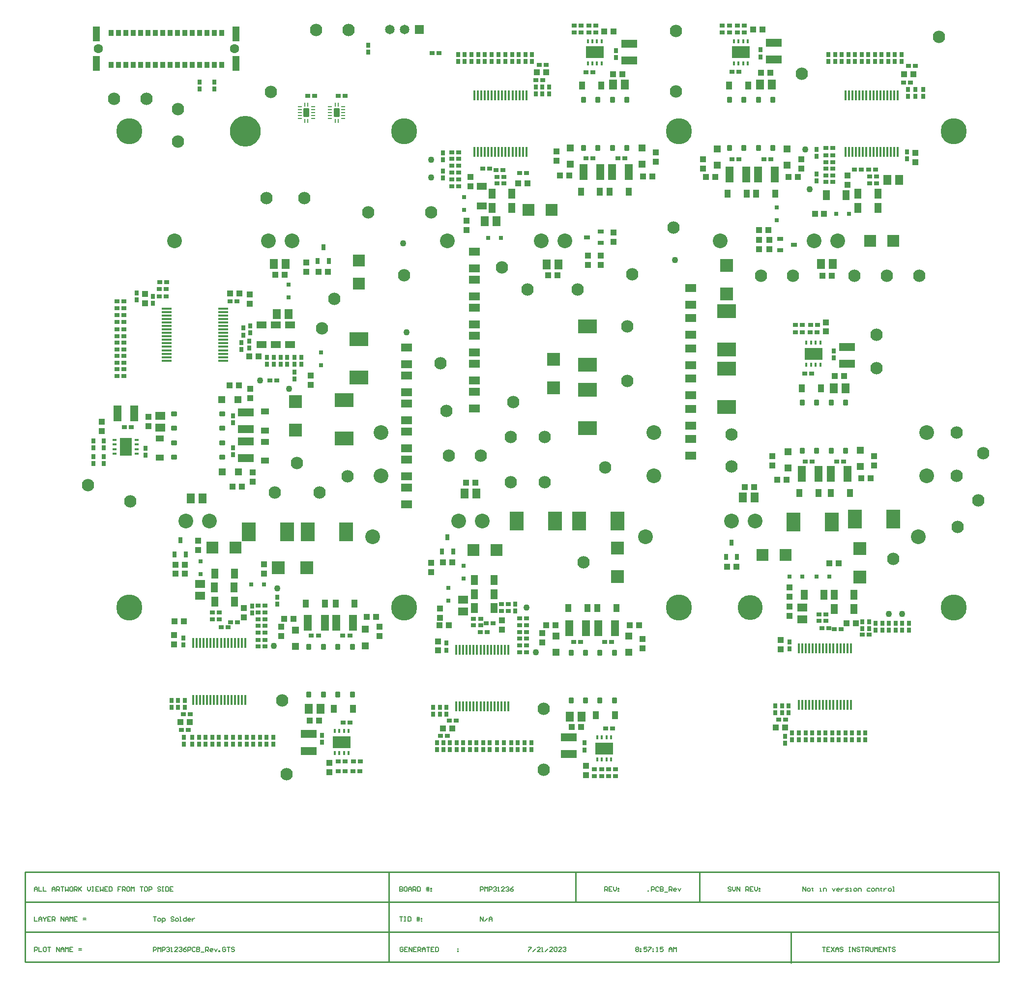
<source format=gts>
G04*
G04 #@! TF.GenerationSoftware,Altium Limited,Altium Designer,23.6.0 (18)*
G04*
G04 Layer_Color=8388736*
%FSAX44Y44*%
%MOMM*%
G71*
G04*
G04 #@! TF.SameCoordinates,B6B15AAD-09C2-4985-A1E0-6DBEE0027C76*
G04*
G04*
G04 #@! TF.FilePolarity,Negative*
G04*
G01*
G75*
%ADD15C,0.2032*%
%ADD16C,0.2540*%
G04:AMPARAMS|DCode=30|XSize=1.65mm|YSize=0.41mm|CornerRadius=0.0492mm|HoleSize=0mm|Usage=FLASHONLY|Rotation=270.000|XOffset=0mm|YOffset=0mm|HoleType=Round|Shape=RoundedRectangle|*
%AMROUNDEDRECTD30*
21,1,1.6500,0.3116,0,0,270.0*
21,1,1.5516,0.4100,0,0,270.0*
1,1,0.0984,-0.1558,-0.7758*
1,1,0.0984,-0.1558,0.7758*
1,1,0.0984,0.1558,0.7758*
1,1,0.0984,0.1558,-0.7758*
%
%ADD30ROUNDEDRECTD30*%
G04:AMPARAMS|DCode=51|XSize=2.4mm|YSize=3.3mm|CornerRadius=0.048mm|HoleSize=0mm|Usage=FLASHONLY|Rotation=90.000|XOffset=0mm|YOffset=0mm|HoleType=Round|Shape=RoundedRectangle|*
%AMROUNDEDRECTD51*
21,1,2.4000,3.2040,0,0,90.0*
21,1,2.3040,3.3000,0,0,90.0*
1,1,0.0960,1.6020,1.1520*
1,1,0.0960,1.6020,-1.1520*
1,1,0.0960,-1.6020,-1.1520*
1,1,0.0960,-1.6020,1.1520*
%
%ADD51ROUNDEDRECTD51*%
G04:AMPARAMS|DCode=52|XSize=2.16mm|YSize=2.26mm|CornerRadius=0.054mm|HoleSize=0mm|Usage=FLASHONLY|Rotation=90.000|XOffset=0mm|YOffset=0mm|HoleType=Round|Shape=RoundedRectangle|*
%AMROUNDEDRECTD52*
21,1,2.1600,2.1520,0,0,90.0*
21,1,2.0520,2.2600,0,0,90.0*
1,1,0.1080,1.0760,1.0260*
1,1,0.1080,1.0760,-1.0260*
1,1,0.1080,-1.0760,-1.0260*
1,1,0.1080,-1.0760,1.0260*
%
%ADD52ROUNDEDRECTD52*%
G04:AMPARAMS|DCode=53|XSize=2.4mm|YSize=3.3mm|CornerRadius=0.048mm|HoleSize=0mm|Usage=FLASHONLY|Rotation=180.000|XOffset=0mm|YOffset=0mm|HoleType=Round|Shape=RoundedRectangle|*
%AMROUNDEDRECTD53*
21,1,2.4000,3.2040,0,0,180.0*
21,1,2.3040,3.3000,0,0,180.0*
1,1,0.0960,-1.1520,1.6020*
1,1,0.0960,1.1520,1.6020*
1,1,0.0960,1.1520,-1.6020*
1,1,0.0960,-1.1520,-1.6020*
%
%ADD53ROUNDEDRECTD53*%
G04:AMPARAMS|DCode=57|XSize=2.16mm|YSize=2.26mm|CornerRadius=0.054mm|HoleSize=0mm|Usage=FLASHONLY|Rotation=180.000|XOffset=0mm|YOffset=0mm|HoleType=Round|Shape=RoundedRectangle|*
%AMROUNDEDRECTD57*
21,1,2.1600,2.1520,0,0,180.0*
21,1,2.0520,2.2600,0,0,180.0*
1,1,0.1080,-1.0260,1.0760*
1,1,0.1080,1.0260,1.0760*
1,1,0.1080,1.0260,-1.0760*
1,1,0.1080,-1.0260,-1.0760*
%
%ADD57ROUNDEDRECTD57*%
G04:AMPARAMS|DCode=59|XSize=1.65mm|YSize=0.41mm|CornerRadius=0.0492mm|HoleSize=0mm|Usage=FLASHONLY|Rotation=0.000|XOffset=0mm|YOffset=0mm|HoleType=Round|Shape=RoundedRectangle|*
%AMROUNDEDRECTD59*
21,1,1.6500,0.3116,0,0,0.0*
21,1,1.5516,0.4100,0,0,0.0*
1,1,0.0984,0.7758,-0.1558*
1,1,0.0984,-0.7758,-0.1558*
1,1,0.0984,-0.7758,0.1558*
1,1,0.0984,0.7758,0.1558*
%
%ADD59ROUNDEDRECTD59*%
G04:AMPARAMS|DCode=60|XSize=0.25mm|YSize=0.6mm|CornerRadius=0.05mm|HoleSize=0mm|Usage=FLASHONLY|Rotation=0.000|XOffset=0mm|YOffset=0mm|HoleType=Round|Shape=RoundedRectangle|*
%AMROUNDEDRECTD60*
21,1,0.2500,0.5000,0,0,0.0*
21,1,0.1500,0.6000,0,0,0.0*
1,1,0.1000,0.0750,-0.2500*
1,1,0.1000,-0.0750,-0.2500*
1,1,0.1000,-0.0750,0.2500*
1,1,0.1000,0.0750,0.2500*
%
%ADD60ROUNDEDRECTD60*%
G04:AMPARAMS|DCode=61|XSize=0.6mm|YSize=0.25mm|CornerRadius=0.05mm|HoleSize=0mm|Usage=FLASHONLY|Rotation=0.000|XOffset=0mm|YOffset=0mm|HoleType=Round|Shape=RoundedRectangle|*
%AMROUNDEDRECTD61*
21,1,0.6000,0.1500,0,0,0.0*
21,1,0.5000,0.2500,0,0,0.0*
1,1,0.1000,0.2500,-0.0750*
1,1,0.1000,-0.2500,-0.0750*
1,1,0.1000,-0.2500,0.0750*
1,1,0.1000,0.2500,0.0750*
%
%ADD61ROUNDEDRECTD61*%
G04:AMPARAMS|DCode=62|XSize=0.8mm|YSize=1.1mm|CornerRadius=0.052mm|HoleSize=0mm|Usage=FLASHONLY|Rotation=180.000|XOffset=0mm|YOffset=0mm|HoleType=Round|Shape=RoundedRectangle|*
%AMROUNDEDRECTD62*
21,1,0.8000,0.9960,0,0,180.0*
21,1,0.6960,1.1000,0,0,180.0*
1,1,0.1040,-0.3480,0.4980*
1,1,0.1040,0.3480,0.4980*
1,1,0.1040,0.3480,-0.4980*
1,1,0.1040,-0.3480,-0.4980*
%
%ADD62ROUNDEDRECTD62*%
G04:AMPARAMS|DCode=63|XSize=1.2mm|YSize=2.5mm|CornerRadius=0.048mm|HoleSize=0mm|Usage=FLASHONLY|Rotation=180.000|XOffset=0mm|YOffset=0mm|HoleType=Round|Shape=RoundedRectangle|*
%AMROUNDEDRECTD63*
21,1,1.2000,2.4040,0,0,180.0*
21,1,1.1040,2.5000,0,0,180.0*
1,1,0.0960,-0.5520,1.2020*
1,1,0.0960,0.5520,1.2020*
1,1,0.0960,0.5520,-1.2020*
1,1,0.0960,-0.5520,-1.2020*
%
%ADD63ROUNDEDRECTD63*%
%ADD65R,0.7000X0.9000*%
%ADD66R,0.9000X0.7000*%
%ADD67C,1.1000*%
%ADD68R,1.0500X1.1000*%
%ADD69R,1.3700X1.7002*%
%ADD70R,1.1000X1.0500*%
%ADD71R,1.7000X1.2000*%
%ADD72R,0.7000X0.7000*%
%ADD73R,1.3000X1.3000*%
%ADD74R,2.8000X1.4000*%
%ADD75R,1.3200X1.0150*%
%ADD76R,0.7000X0.7000*%
%ADD77R,1.2000X1.7000*%
%ADD78R,1.7002X1.3700*%
%ADD79R,2.1000X2.1000*%
G04:AMPARAMS|DCode=80|XSize=0.7mm|YSize=1.1mm|CornerRadius=0.2mm|HoleSize=0mm|Usage=FLASHONLY|Rotation=180.000|XOffset=0mm|YOffset=0mm|HoleType=Round|Shape=RoundedRectangle|*
%AMROUNDEDRECTD80*
21,1,0.7000,0.7000,0,0,180.0*
21,1,0.3000,1.1000,0,0,180.0*
1,1,0.4000,-0.1500,0.3500*
1,1,0.4000,0.1500,0.3500*
1,1,0.4000,0.1500,-0.3500*
1,1,0.4000,-0.1500,-0.3500*
%
%ADD80ROUNDEDRECTD80*%
%ADD81R,1.3000X1.3000*%
%ADD82R,1.0150X1.3200*%
%ADD83R,1.4000X2.8000*%
G04:AMPARAMS|DCode=84|XSize=0.7mm|YSize=1.1mm|CornerRadius=0.2mm|HoleSize=0mm|Usage=FLASHONLY|Rotation=90.000|XOffset=0mm|YOffset=0mm|HoleType=Round|Shape=RoundedRectangle|*
%AMROUNDEDRECTD84*
21,1,0.7000,0.7000,0,0,90.0*
21,1,0.3000,1.1000,0,0,90.0*
1,1,0.4000,0.3500,0.1500*
1,1,0.4000,0.3500,-0.1500*
1,1,0.4000,-0.3500,-0.1500*
1,1,0.4000,-0.3500,0.1500*
%
%ADD84ROUNDEDRECTD84*%
G04:AMPARAMS|DCode=85|XSize=0.97mm|YSize=0.81mm|CornerRadius=0.0997mm|HoleSize=0mm|Usage=FLASHONLY|Rotation=90.000|XOffset=0mm|YOffset=0mm|HoleType=Round|Shape=RoundedRectangle|*
%AMROUNDEDRECTD85*
21,1,0.9700,0.6106,0,0,90.0*
21,1,0.7706,0.8100,0,0,90.0*
1,1,0.1994,0.3053,0.3853*
1,1,0.1994,0.3053,-0.3853*
1,1,0.1994,-0.3053,-0.3853*
1,1,0.1994,-0.3053,0.3853*
%
%ADD85ROUNDEDRECTD85*%
%ADD86R,1.9500X1.4000*%
%ADD87R,2.1000X2.1000*%
G04:AMPARAMS|DCode=88|XSize=0.4mm|YSize=0.7mm|CornerRadius=0.0995mm|HoleSize=0mm|Usage=FLASHONLY|Rotation=0.000|XOffset=0mm|YOffset=0mm|HoleType=Round|Shape=RoundedRectangle|*
%AMROUNDEDRECTD88*
21,1,0.4000,0.5010,0,0,0.0*
21,1,0.2010,0.7000,0,0,0.0*
1,1,0.1990,0.1005,-0.2505*
1,1,0.1990,-0.1005,-0.2505*
1,1,0.1990,-0.1005,0.2505*
1,1,0.1990,0.1005,0.2505*
%
%ADD88ROUNDEDRECTD88*%
G04:AMPARAMS|DCode=89|XSize=3.1mm|YSize=2.08mm|CornerRadius=0.0995mm|HoleSize=0mm|Usage=FLASHONLY|Rotation=0.000|XOffset=0mm|YOffset=0mm|HoleType=Round|Shape=RoundedRectangle|*
%AMROUNDEDRECTD89*
21,1,3.1000,1.8810,0,0,0.0*
21,1,2.9010,2.0800,0,0,0.0*
1,1,0.1990,1.4505,-0.9405*
1,1,0.1990,-1.4505,-0.9405*
1,1,0.1990,-1.4505,0.9405*
1,1,0.1990,1.4505,0.9405*
%
%ADD89ROUNDEDRECTD89*%
G04:AMPARAMS|DCode=90|XSize=0.4mm|YSize=0.7mm|CornerRadius=0.0995mm|HoleSize=0mm|Usage=FLASHONLY|Rotation=90.000|XOffset=0mm|YOffset=0mm|HoleType=Round|Shape=RoundedRectangle|*
%AMROUNDEDRECTD90*
21,1,0.4000,0.5010,0,0,90.0*
21,1,0.2010,0.7000,0,0,90.0*
1,1,0.1990,0.2505,0.1005*
1,1,0.1990,0.2505,-0.1005*
1,1,0.1990,-0.2505,-0.1005*
1,1,0.1990,-0.2505,0.1005*
%
%ADD90ROUNDEDRECTD90*%
G04:AMPARAMS|DCode=91|XSize=3.1mm|YSize=2.08mm|CornerRadius=0.0995mm|HoleSize=0mm|Usage=FLASHONLY|Rotation=90.000|XOffset=0mm|YOffset=0mm|HoleType=Round|Shape=RoundedRectangle|*
%AMROUNDEDRECTD91*
21,1,3.1000,1.8810,0,0,90.0*
21,1,2.9010,2.0800,0,0,90.0*
1,1,0.1990,0.9405,1.4505*
1,1,0.1990,0.9405,-1.4505*
1,1,0.1990,-0.9405,-1.4505*
1,1,0.1990,-0.9405,1.4505*
%
%ADD91ROUNDEDRECTD91*%
G04:AMPARAMS|DCode=92|XSize=1mm|YSize=1.5mm|CornerRadius=0.05mm|HoleSize=0mm|Usage=FLASHONLY|Rotation=0.000|XOffset=0mm|YOffset=0mm|HoleType=Round|Shape=RoundedRectangle|*
%AMROUNDEDRECTD92*
21,1,1.0000,1.4000,0,0,0.0*
21,1,0.9000,1.5000,0,0,0.0*
1,1,0.1000,0.4500,-0.7000*
1,1,0.1000,-0.4500,-0.7000*
1,1,0.1000,-0.4500,0.7000*
1,1,0.1000,0.4500,0.7000*
%
%ADD92ROUNDEDRECTD92*%
G04:AMPARAMS|DCode=93|XSize=0.97mm|YSize=0.81mm|CornerRadius=0.0997mm|HoleSize=0mm|Usage=FLASHONLY|Rotation=0.000|XOffset=0mm|YOffset=0mm|HoleType=Round|Shape=RoundedRectangle|*
%AMROUNDEDRECTD93*
21,1,0.9700,0.6106,0,0,0.0*
21,1,0.7706,0.8100,0,0,0.0*
1,1,0.1994,0.3853,-0.3053*
1,1,0.1994,-0.3853,-0.3053*
1,1,0.1994,-0.3853,0.3053*
1,1,0.1994,0.3853,0.3053*
%
%ADD93ROUNDEDRECTD93*%
%ADD94C,2.1320*%
%ADD95C,2.5400*%
G04:AMPARAMS|DCode=96|XSize=1.66mm|YSize=1.66mm|CornerRadius=0.0498mm|HoleSize=0mm|Usage=FLASHONLY|Rotation=0.000|XOffset=0mm|YOffset=0mm|HoleType=Round|Shape=RoundedRectangle|*
%AMROUNDEDRECTD96*
21,1,1.6600,1.5604,0,0,0.0*
21,1,1.5604,1.6600,0,0,0.0*
1,1,0.0996,0.7802,-0.7802*
1,1,0.0996,-0.7802,-0.7802*
1,1,0.0996,-0.7802,0.7802*
1,1,0.0996,0.7802,0.7802*
%
%ADD96ROUNDEDRECTD96*%
%ADD97C,1.6600*%
%ADD98C,4.5000*%
%ADD99C,5.3000*%
%ADD100C,4.3000*%
%ADD101C,1.6000*%
%ADD102C,1.6500*%
%ADD103R,1.6500X1.6500*%
G54D15*
X00322326Y00179196D02*
X00327404D01*
X00324865D01*
Y00171579D01*
X00331213D02*
X00333752D01*
X00335022Y00172848D01*
Y00175387D01*
X00333752Y00176657D01*
X00331213D01*
X00329944Y00175387D01*
Y00172848D01*
X00331213Y00171579D01*
X00337561Y00169039D02*
Y00176657D01*
X00341370D01*
X00342639Y00175387D01*
Y00172848D01*
X00341370Y00171579D01*
X00337561D01*
X00357874Y00177927D02*
X00356605Y00179196D01*
X00354066D01*
X00352796Y00177927D01*
Y00176657D01*
X00354066Y00175387D01*
X00356605D01*
X00357874Y00174118D01*
Y00172848D01*
X00356605Y00171579D01*
X00354066D01*
X00352796Y00172848D01*
X00361683Y00171579D02*
X00364222D01*
X00365492Y00172848D01*
Y00175387D01*
X00364222Y00176657D01*
X00361683D01*
X00360414Y00175387D01*
Y00172848D01*
X00361683Y00171579D01*
X00368031D02*
X00370570D01*
X00369301D01*
Y00179196D01*
X00368031D01*
X00379458D02*
Y00171579D01*
X00375649D01*
X00374379Y00172848D01*
Y00175387D01*
X00375649Y00176657D01*
X00379458D01*
X00385806Y00171579D02*
X00383266D01*
X00381997Y00172848D01*
Y00175387D01*
X00383266Y00176657D01*
X00385806D01*
X00387075Y00175387D01*
Y00174118D01*
X00381997D01*
X00389614Y00176657D02*
Y00171579D01*
Y00174118D01*
X00390884Y00175387D01*
X00392153Y00176657D01*
X00393423D01*
X00322326Y00179196D02*
X00327404D01*
X00324865D01*
Y00171579D01*
X00331213D02*
X00333752D01*
X00335022Y00172848D01*
Y00175387D01*
X00333752Y00176657D01*
X00331213D01*
X00329944Y00175387D01*
Y00172848D01*
X00331213Y00171579D01*
X00337561Y00169039D02*
Y00176657D01*
X00341370D01*
X00342639Y00175387D01*
Y00172848D01*
X00341370Y00171579D01*
X00337561D01*
X00357874Y00177927D02*
X00356605Y00179196D01*
X00354066D01*
X00352796Y00177927D01*
Y00176657D01*
X00354066Y00175387D01*
X00356605D01*
X00357874Y00174118D01*
Y00172848D01*
X00356605Y00171579D01*
X00354066D01*
X00352796Y00172848D01*
X00361683Y00171579D02*
X00364222D01*
X00365492Y00172848D01*
Y00175387D01*
X00364222Y00176657D01*
X00361683D01*
X00360414Y00175387D01*
Y00172848D01*
X00361683Y00171579D01*
X00368031D02*
X00370570D01*
X00369301D01*
Y00179196D01*
X00368031D01*
X00379458D02*
Y00171579D01*
X00375649D01*
X00374379Y00172848D01*
Y00175387D01*
X00375649Y00176657D01*
X00379458D01*
X00385806Y00171579D02*
X00383266D01*
X00381997Y00172848D01*
Y00175387D01*
X00383266Y00176657D01*
X00385806D01*
X00387075Y00175387D01*
Y00174118D01*
X00381997D01*
X00389614Y00176657D02*
Y00171579D01*
Y00174118D01*
X00390884Y00175387D01*
X00392153Y00176657D01*
X00393423D01*
X00885317Y00171450D02*
Y00179067D01*
X00890395Y00171450D01*
Y00179067D01*
X00892934Y00171450D02*
X00898013Y00176528D01*
X00900552Y00171450D02*
Y00176528D01*
X00903091Y00179067D01*
X00905630Y00176528D01*
Y00171450D01*
Y00175259D01*
X00900552D01*
X00746760Y00179067D02*
X00751838D01*
X00749299D01*
Y00171450D01*
X00754378Y00179067D02*
X00756917D01*
X00755647D01*
Y00171450D01*
X00754378D01*
X00756917D01*
X00760725Y00179067D02*
Y00171450D01*
X00764534D01*
X00765804Y00172720D01*
Y00177798D01*
X00764534Y00179067D01*
X00760725D01*
X00777230Y00171450D02*
Y00179067D01*
X00779769D02*
Y00171450D01*
X00775961Y00176528D02*
X00779769D01*
X00781039D01*
X00775961Y00173989D02*
X00781039D01*
X00783578Y00176528D02*
X00784848D01*
Y00175259D01*
X00783578D01*
Y00176528D01*
Y00172720D02*
X00784848D01*
Y00171450D01*
X00783578D01*
Y00172720D01*
X01474470Y00126912D02*
X01479548D01*
X01477009D01*
Y00119295D01*
X01487166Y00126912D02*
X01482088D01*
Y00119295D01*
X01487166D01*
X01482088Y00123104D02*
X01484627D01*
X01489705Y00126912D02*
X01494783Y00119295D01*
Y00126912D02*
X01489705Y00119295D01*
X01497323D02*
Y00124373D01*
X01499862Y00126912D01*
X01502401Y00124373D01*
Y00119295D01*
Y00123104D01*
X01497323D01*
X01510018Y00125643D02*
X01508749Y00126912D01*
X01506210D01*
X01504940Y00125643D01*
Y00124373D01*
X01506210Y00123104D01*
X01508749D01*
X01510018Y00121834D01*
Y00120564D01*
X01508749Y00119295D01*
X01506210D01*
X01504940Y00120564D01*
X01520175Y00126912D02*
X01522714D01*
X01521445D01*
Y00119295D01*
X01520175D01*
X01522714D01*
X01526523D02*
Y00126912D01*
X01531602Y00119295D01*
Y00126912D01*
X01539219Y00125643D02*
X01537950Y00126912D01*
X01535410D01*
X01534141Y00125643D01*
Y00124373D01*
X01535410Y00123104D01*
X01537950D01*
X01539219Y00121834D01*
Y00120564D01*
X01537950Y00119295D01*
X01535410D01*
X01534141Y00120564D01*
X01541758Y00126912D02*
X01546837D01*
X01544297D01*
Y00119295D01*
X01549376D02*
Y00126912D01*
X01553185D01*
X01554454Y00125643D01*
Y00123104D01*
X01553185Y00121834D01*
X01549376D01*
X01551915D02*
X01554454Y00119295D01*
X01556993Y00126912D02*
Y00120564D01*
X01558263Y00119295D01*
X01560802D01*
X01562072Y00120564D01*
Y00126912D01*
X01564611Y00119295D02*
Y00126912D01*
X01567150Y00124373D01*
X01569689Y00126912D01*
Y00119295D01*
X01577307Y00126912D02*
X01572228D01*
Y00119295D01*
X01577307D01*
X01572228Y00123104D02*
X01574768D01*
X01579846Y00119295D02*
Y00126912D01*
X01584924Y00119295D01*
Y00126912D01*
X01587463D02*
X01592542D01*
X01590003D01*
Y00119295D01*
X01600159Y00125643D02*
X01598890Y00126912D01*
X01596351D01*
X01595081Y00125643D01*
Y00124373D01*
X01596351Y00123104D01*
X01598890D01*
X01600159Y00121834D01*
Y00120564D01*
X01598890Y00119295D01*
X01596351D01*
X01595081Y00120564D01*
X01153287Y00125643D02*
X01154557Y00126912D01*
X01157096D01*
X01158365Y00125643D01*
Y00124373D01*
X01157096Y00123104D01*
X01158365Y00121834D01*
Y00120564D01*
X01157096Y00119295D01*
X01154557D01*
X01153287Y00120564D01*
Y00121834D01*
X01154557Y00123104D01*
X01153287Y00124373D01*
Y00125643D01*
X01154557Y00123104D02*
X01157096D01*
X01160904Y00124373D02*
X01162174D01*
Y00123104D01*
X01160904D01*
Y00124373D01*
Y00120564D02*
X01162174D01*
Y00119295D01*
X01160904D01*
Y00120564D01*
X01172331Y00126912D02*
X01167253D01*
Y00123104D01*
X01169792Y00124373D01*
X01171061D01*
X01172331Y00123104D01*
Y00120564D01*
X01171061Y00119295D01*
X01168522D01*
X01167253Y00120564D01*
X01174870Y00126912D02*
X01179948D01*
Y00125643D01*
X01174870Y00120564D01*
Y00119295D01*
X01182488Y00124373D02*
X01183757D01*
Y00123104D01*
X01182488D01*
Y00124373D01*
Y00120564D02*
X01183757D01*
Y00119295D01*
X01182488D01*
Y00120564D01*
X01188836Y00119295D02*
X01191375D01*
X01190105D01*
Y00126912D01*
X01188836Y00125643D01*
X01200262Y00126912D02*
X01195183D01*
Y00123104D01*
X01197723Y00124373D01*
X01198992D01*
X01200262Y00123104D01*
Y00120564D01*
X01198992Y00119295D01*
X01196453D01*
X01195183Y00120564D01*
X01210418Y00119295D02*
Y00124373D01*
X01212958Y00126912D01*
X01215497Y00124373D01*
Y00119295D01*
Y00123104D01*
X01210418D01*
X01218036Y00119295D02*
Y00126912D01*
X01220575Y00124373D01*
X01223114Y00126912D01*
Y00119295D01*
X00117729D02*
Y00126912D01*
X00121538D01*
X00122807Y00125643D01*
Y00123104D01*
X00121538Y00121834D01*
X00117729D01*
X00125346Y00126912D02*
Y00119295D01*
X00130425D01*
X00136773Y00126912D02*
X00134234D01*
X00132964Y00125643D01*
Y00120564D01*
X00134234Y00119295D01*
X00136773D01*
X00138042Y00120564D01*
Y00125643D01*
X00136773Y00126912D01*
X00140582D02*
X00145660D01*
X00143121D01*
Y00119295D01*
X00155817D02*
Y00126912D01*
X00160895Y00119295D01*
Y00126912D01*
X00163434Y00119295D02*
Y00124373D01*
X00165973Y00126912D01*
X00168513Y00124373D01*
Y00119295D01*
Y00123104D01*
X00163434D01*
X00171052Y00119295D02*
Y00126912D01*
X00173591Y00124373D01*
X00176130Y00126912D01*
Y00119295D01*
X00183748Y00126912D02*
X00178669D01*
Y00119295D01*
X00183748D01*
X00178669Y00123104D02*
X00181208D01*
X00193904Y00121834D02*
X00198983D01*
X00193904Y00124373D02*
X00198983D01*
X00117729Y00179196D02*
Y00171579D01*
X00122807D01*
X00125346D02*
Y00176657D01*
X00127886Y00179196D01*
X00130425Y00176657D01*
Y00171579D01*
Y00175387D01*
X00125346D01*
X00132964Y00179196D02*
Y00177927D01*
X00135503Y00175387D01*
X00138042Y00177927D01*
Y00179196D01*
X00135503Y00175387D02*
Y00171579D01*
X00145660Y00179196D02*
X00140582D01*
Y00171579D01*
X00145660D01*
X00140582Y00175387D02*
X00143121D01*
X00148199Y00171579D02*
Y00179196D01*
X00152008D01*
X00153278Y00177927D01*
Y00175387D01*
X00152008Y00174118D01*
X00148199D01*
X00150738D02*
X00153278Y00171579D01*
X00163434D02*
Y00179196D01*
X00168513Y00171579D01*
Y00179196D01*
X00171052Y00171579D02*
Y00176657D01*
X00173591Y00179196D01*
X00176130Y00176657D01*
Y00171579D01*
Y00175387D01*
X00171052D01*
X00178669Y00171579D02*
Y00179196D01*
X00181208Y00176657D01*
X00183748Y00179196D01*
Y00171579D01*
X00191365Y00179196D02*
X00186287D01*
Y00171579D01*
X00191365D01*
X00186287Y00175387D02*
X00188826D01*
X00201522Y00174118D02*
X00206600D01*
X00201522Y00176657D02*
X00206600D01*
X00746760Y00230714D02*
Y00223097D01*
X00750569D01*
X00751838Y00224366D01*
Y00225636D01*
X00750569Y00226905D01*
X00746760D01*
X00750569D01*
X00751838Y00228175D01*
Y00229445D01*
X00750569Y00230714D01*
X00746760D01*
X00758186D02*
X00755647D01*
X00754378Y00229445D01*
Y00224366D01*
X00755647Y00223097D01*
X00758186D01*
X00759456Y00224366D01*
Y00229445D01*
X00758186Y00230714D01*
X00761995Y00223097D02*
Y00228175D01*
X00764534Y00230714D01*
X00767073Y00228175D01*
Y00223097D01*
Y00226905D01*
X00761995D01*
X00769613Y00223097D02*
Y00230714D01*
X00773421D01*
X00774691Y00229445D01*
Y00226905D01*
X00773421Y00225636D01*
X00769613D01*
X00772152D02*
X00774691Y00223097D01*
X00777230Y00230714D02*
Y00223097D01*
X00781039D01*
X00782309Y00224366D01*
Y00229445D01*
X00781039Y00230714D01*
X00777230D01*
X00793735Y00223097D02*
Y00230714D01*
X00796274D02*
Y00223097D01*
X00792465Y00228175D02*
X00796274D01*
X00797544D01*
X00792465Y00225636D02*
X00797544D01*
X00800083Y00228175D02*
X00801352D01*
Y00226905D01*
X00800083D01*
Y00228175D01*
Y00224366D02*
X00801352D01*
Y00223097D01*
X00800083D01*
Y00224366D01*
X00885317Y00223097D02*
Y00230714D01*
X00889126D01*
X00890395Y00229445D01*
Y00226905D01*
X00889126Y00225636D01*
X00885317D01*
X00892934Y00223097D02*
Y00230714D01*
X00895474Y00228175D01*
X00898013Y00230714D01*
Y00223097D01*
X00900552D02*
Y00230714D01*
X00904361D01*
X00905630Y00229445D01*
Y00226905D01*
X00904361Y00225636D01*
X00900552D01*
X00908170Y00229445D02*
X00909439Y00230714D01*
X00911978D01*
X00913248Y00229445D01*
Y00228175D01*
X00911978Y00226905D01*
X00910709D01*
X00911978D01*
X00913248Y00225636D01*
Y00224366D01*
X00911978Y00223097D01*
X00909439D01*
X00908170Y00224366D01*
X00915787Y00223097D02*
X00918326D01*
X00917057D01*
Y00230714D01*
X00915787Y00229445D01*
X00927213Y00223097D02*
X00922135D01*
X00927213Y00228175D01*
Y00229445D01*
X00925944Y00230714D01*
X00923405D01*
X00922135Y00229445D01*
X00929753D02*
X00931022Y00230714D01*
X00933561D01*
X00934831Y00229445D01*
Y00228175D01*
X00933561Y00226905D01*
X00932292D01*
X00933561D01*
X00934831Y00225636D01*
Y00224366D01*
X00933561Y00223097D01*
X00931022D01*
X00929753Y00224366D01*
X00942449Y00230714D02*
X00939909Y00229445D01*
X00937370Y00226905D01*
Y00224366D01*
X00938640Y00223097D01*
X00941179D01*
X00942449Y00224366D01*
Y00225636D01*
X00941179Y00226905D01*
X00937370D01*
X01173861Y00223097D02*
Y00224366D01*
X01175131D01*
Y00223097D01*
X01173861D01*
X01180209D02*
Y00230714D01*
X01184018D01*
X01185287Y00229445D01*
Y00226905D01*
X01184018Y00225636D01*
X01180209D01*
X01192905Y00229445D02*
X01191635Y00230714D01*
X01189096D01*
X01187827Y00229445D01*
Y00224366D01*
X01189096Y00223097D01*
X01191635D01*
X01192905Y00224366D01*
X01195444Y00230714D02*
Y00223097D01*
X01199253D01*
X01200522Y00224366D01*
Y00225636D01*
X01199253Y00226905D01*
X01195444D01*
X01199253D01*
X01200522Y00228175D01*
Y00229445D01*
X01199253Y00230714D01*
X01195444D01*
X01203062Y00221827D02*
X01208140D01*
X01210679Y00223097D02*
Y00230714D01*
X01214488D01*
X01215757Y00229445D01*
Y00226905D01*
X01214488Y00225636D01*
X01210679D01*
X01213218D02*
X01215757Y00223097D01*
X01222105D02*
X01219566D01*
X01218297Y00224366D01*
Y00226905D01*
X01219566Y00228175D01*
X01222105D01*
X01223375Y00226905D01*
Y00225636D01*
X01218297D01*
X01225914Y00228175D02*
X01228453Y00223097D01*
X01230993Y00228175D01*
X00117729Y00223097D02*
Y00228175D01*
X00120268Y00230714D01*
X00122807Y00228175D01*
Y00223097D01*
Y00226905D01*
X00117729D01*
X00125346Y00230714D02*
Y00223097D01*
X00130425D01*
X00132964Y00230714D02*
Y00223097D01*
X00138042D01*
X00148199D02*
Y00228175D01*
X00150738Y00230714D01*
X00153278Y00228175D01*
Y00223097D01*
Y00226905D01*
X00148199D01*
X00155817Y00223097D02*
Y00230714D01*
X00159626D01*
X00160895Y00229445D01*
Y00226905D01*
X00159626Y00225636D01*
X00155817D01*
X00158356D02*
X00160895Y00223097D01*
X00163434Y00230714D02*
X00168513D01*
X00165973D01*
Y00223097D01*
X00171052Y00230714D02*
Y00223097D01*
X00173591Y00225636D01*
X00176130Y00223097D01*
Y00230714D01*
X00182478D02*
X00179939D01*
X00178669Y00229445D01*
Y00224366D01*
X00179939Y00223097D01*
X00182478D01*
X00183748Y00224366D01*
Y00229445D01*
X00182478Y00230714D01*
X00186287Y00223097D02*
Y00230714D01*
X00190096D01*
X00191365Y00229445D01*
Y00226905D01*
X00190096Y00225636D01*
X00186287D01*
X00188826D02*
X00191365Y00223097D01*
X00193904Y00230714D02*
Y00223097D01*
Y00225636D01*
X00198983Y00230714D01*
X00195174Y00226905D01*
X00198983Y00223097D01*
X00209139Y00230714D02*
Y00225636D01*
X00211679Y00223097D01*
X00214218Y00225636D01*
Y00230714D01*
X00216757D02*
X00219296D01*
X00218027D01*
Y00223097D01*
X00216757D01*
X00219296D01*
X00228183Y00230714D02*
X00223105D01*
Y00223097D01*
X00228183D01*
X00223105Y00226905D02*
X00225644D01*
X00230722Y00230714D02*
Y00223097D01*
X00233262Y00225636D01*
X00235801Y00223097D01*
Y00230714D01*
X00243418D02*
X00238340D01*
Y00223097D01*
X00243418D01*
X00238340Y00226905D02*
X00240879D01*
X00245958Y00230714D02*
Y00223097D01*
X00249766D01*
X00251036Y00224366D01*
Y00229445D01*
X00249766Y00230714D01*
X00245958D01*
X00266271D02*
X00261193D01*
Y00226905D01*
X00263732D01*
X00261193D01*
Y00223097D01*
X00268810D02*
Y00230714D01*
X00272619D01*
X00273888Y00229445D01*
Y00226905D01*
X00272619Y00225636D01*
X00268810D01*
X00271349D02*
X00273888Y00223097D01*
X00280236Y00230714D02*
X00277697D01*
X00276428Y00229445D01*
Y00224366D01*
X00277697Y00223097D01*
X00280236D01*
X00281506Y00224366D01*
Y00229445D01*
X00280236Y00230714D01*
X00284045Y00223097D02*
Y00230714D01*
X00286584Y00228175D01*
X00289124Y00230714D01*
Y00223097D01*
X00299280Y00230714D02*
X00304359D01*
X00301819D01*
Y00223097D01*
X00310707Y00230714D02*
X00308167D01*
X00306898Y00229445D01*
Y00224366D01*
X00308167Y00223097D01*
X00310707D01*
X00311976Y00224366D01*
Y00229445D01*
X00310707Y00230714D01*
X00314515Y00223097D02*
Y00230714D01*
X00318324D01*
X00319594Y00229445D01*
Y00226905D01*
X00318324Y00225636D01*
X00314515D01*
X00334829Y00229445D02*
X00333559Y00230714D01*
X00331020D01*
X00329750Y00229445D01*
Y00228175D01*
X00331020Y00226905D01*
X00333559D01*
X00334829Y00225636D01*
Y00224366D01*
X00333559Y00223097D01*
X00331020D01*
X00329750Y00224366D01*
X00337368Y00230714D02*
X00339907D01*
X00338638D01*
Y00223097D01*
X00337368D01*
X00339907D01*
X00343716Y00230714D02*
Y00223097D01*
X00347525D01*
X00348794Y00224366D01*
Y00229445D01*
X00347525Y00230714D01*
X00343716D01*
X00356412D02*
X00351333D01*
Y00223097D01*
X00356412D01*
X00351333Y00226905D02*
X00353873D01*
X00752346Y00125643D02*
X00751077Y00126912D01*
X00748538D01*
X00747268Y00125643D01*
Y00120564D01*
X00748538Y00119295D01*
X00751077D01*
X00752346Y00120564D01*
Y00123104D01*
X00749807D01*
X00759964Y00126912D02*
X00754885D01*
Y00119295D01*
X00759964D01*
X00754885Y00123104D02*
X00757425D01*
X00762503Y00119295D02*
Y00126912D01*
X00767581Y00119295D01*
Y00126912D01*
X00775199D02*
X00770121D01*
Y00119295D01*
X00775199D01*
X00770121Y00123104D02*
X00772660D01*
X00777738Y00119295D02*
Y00126912D01*
X00781547D01*
X00782816Y00125643D01*
Y00123104D01*
X00781547Y00121834D01*
X00777738D01*
X00780277D02*
X00782816Y00119295D01*
X00785356D02*
Y00124373D01*
X00787895Y00126912D01*
X00790434Y00124373D01*
Y00119295D01*
Y00123104D01*
X00785356D01*
X00792973Y00126912D02*
X00798052D01*
X00795512D01*
Y00119295D01*
X00805669Y00126912D02*
X00800591D01*
Y00119295D01*
X00805669D01*
X00800591Y00123104D02*
X00803130D01*
X00808208Y00126912D02*
Y00119295D01*
X00812017D01*
X00813287Y00120564D01*
Y00125643D01*
X00812017Y00126912D01*
X00808208D01*
X00846296Y00124373D02*
X00847566D01*
Y00123104D01*
X00846296D01*
Y00124373D01*
Y00120564D02*
X00847566D01*
Y00119295D01*
X00846296D01*
Y00120564D01*
X00968121Y00126912D02*
X00973199D01*
Y00125643D01*
X00968121Y00120564D01*
Y00119295D01*
X00975739D02*
X00980817Y00124373D01*
X00988434Y00119295D02*
X00983356D01*
X00988434Y00124373D01*
Y00125643D01*
X00987165Y00126912D01*
X00984626D01*
X00983356Y00125643D01*
X00990974Y00119295D02*
X00993513D01*
X00992243D01*
Y00126912D01*
X00990974Y00125643D01*
X00997322Y00119295D02*
X01002400Y00124373D01*
X01010017Y00119295D02*
X01004939D01*
X01010017Y00124373D01*
Y00125643D01*
X01008748Y00126912D01*
X01006209D01*
X01004939Y00125643D01*
X01012557D02*
X01013826Y00126912D01*
X01016365D01*
X01017635Y00125643D01*
Y00120564D01*
X01016365Y00119295D01*
X01013826D01*
X01012557Y00120564D01*
Y00125643D01*
X01025253Y00119295D02*
X01020174D01*
X01025253Y00124373D01*
Y00125643D01*
X01023983Y00126912D01*
X01021444D01*
X01020174Y00125643D01*
X01027792D02*
X01029061Y00126912D01*
X01031600D01*
X01032870Y00125643D01*
Y00124373D01*
X01031600Y00123104D01*
X01030331D01*
X01031600D01*
X01032870Y00121834D01*
Y00120564D01*
X01031600Y00119295D01*
X01029061D01*
X01027792Y00120564D01*
X00322326Y00119295D02*
Y00126912D01*
X00326135D01*
X00327404Y00125643D01*
Y00123104D01*
X00326135Y00121834D01*
X00322326D01*
X00329944Y00119295D02*
Y00126912D01*
X00332483Y00124373D01*
X00335022Y00126912D01*
Y00119295D01*
X00337561D02*
Y00126912D01*
X00341370D01*
X00342639Y00125643D01*
Y00123104D01*
X00341370Y00121834D01*
X00337561D01*
X00345179Y00125643D02*
X00346448Y00126912D01*
X00348987D01*
X00350257Y00125643D01*
Y00124373D01*
X00348987Y00123104D01*
X00347718D01*
X00348987D01*
X00350257Y00121834D01*
Y00120564D01*
X00348987Y00119295D01*
X00346448D01*
X00345179Y00120564D01*
X00352796Y00119295D02*
X00355335D01*
X00354066D01*
Y00126912D01*
X00352796Y00125643D01*
X00364222Y00119295D02*
X00359144D01*
X00364222Y00124373D01*
Y00125643D01*
X00362953Y00126912D01*
X00360414D01*
X00359144Y00125643D01*
X00366762D02*
X00368031Y00126912D01*
X00370570D01*
X00371840Y00125643D01*
Y00124373D01*
X00370570Y00123104D01*
X00369301D01*
X00370570D01*
X00371840Y00121834D01*
Y00120564D01*
X00370570Y00119295D01*
X00368031D01*
X00366762Y00120564D01*
X00379458Y00126912D02*
X00376918Y00125643D01*
X00374379Y00123104D01*
Y00120564D01*
X00375649Y00119295D01*
X00378188D01*
X00379458Y00120564D01*
Y00121834D01*
X00378188Y00123104D01*
X00374379D01*
X00381997Y00119295D02*
Y00126912D01*
X00385806D01*
X00387075Y00125643D01*
Y00123104D01*
X00385806Y00121834D01*
X00381997D01*
X00394693Y00125643D02*
X00393423Y00126912D01*
X00390884D01*
X00389614Y00125643D01*
Y00120564D01*
X00390884Y00119295D01*
X00393423D01*
X00394693Y00120564D01*
X00397232Y00126912D02*
Y00119295D01*
X00401040D01*
X00402310Y00120564D01*
Y00121834D01*
X00401040Y00123104D01*
X00397232D01*
X00401040D01*
X00402310Y00124373D01*
Y00125643D01*
X00401040Y00126912D01*
X00397232D01*
X00404849Y00118025D02*
X00409928D01*
X00412467Y00119295D02*
Y00126912D01*
X00416276D01*
X00417545Y00125643D01*
Y00123104D01*
X00416276Y00121834D01*
X00412467D01*
X00415006D02*
X00417545Y00119295D01*
X00423893D02*
X00421354D01*
X00420084Y00120564D01*
Y00123104D01*
X00421354Y00124373D01*
X00423893D01*
X00425163Y00123104D01*
Y00121834D01*
X00420084D01*
X00427702Y00124373D02*
X00430241Y00119295D01*
X00432780Y00124373D01*
X00435319Y00119295D02*
Y00120564D01*
X00436589D01*
Y00119295D01*
X00435319D01*
X00446746Y00125643D02*
X00445476Y00126912D01*
X00442937D01*
X00441667Y00125643D01*
Y00120564D01*
X00442937Y00119295D01*
X00445476D01*
X00446746Y00120564D01*
Y00123104D01*
X00444207D01*
X00449285Y00126912D02*
X00454363D01*
X00451824D01*
Y00119295D01*
X00461981Y00125643D02*
X00460711Y00126912D01*
X00458172D01*
X00456903Y00125643D01*
Y00124373D01*
X00458172Y00123104D01*
X00460711D01*
X00461981Y00121834D01*
Y00120564D01*
X00460711Y00119295D01*
X00458172D01*
X00456903Y00120564D01*
X01099820Y00223097D02*
Y00230714D01*
X01103629D01*
X01104898Y00229445D01*
Y00226905D01*
X01103629Y00225636D01*
X01099820D01*
X01102359D02*
X01104898Y00223097D01*
X01112516Y00230714D02*
X01107438D01*
Y00223097D01*
X01112516D01*
X01107438Y00226905D02*
X01109977D01*
X01115055Y00230714D02*
Y00225636D01*
X01117594Y00223097D01*
X01120133Y00225636D01*
Y00230714D01*
X01122673Y00228175D02*
X01123942D01*
Y00226905D01*
X01122673D01*
Y00228175D01*
Y00224366D02*
X01123942D01*
Y00223097D01*
X01122673D01*
Y00224366D01*
X01317750Y00229445D02*
X01316481Y00230714D01*
X01313942D01*
X01312672Y00229445D01*
Y00228175D01*
X01313942Y00226905D01*
X01316481D01*
X01317750Y00225636D01*
Y00224366D01*
X01316481Y00223097D01*
X01313942D01*
X01312672Y00224366D01*
X01320289Y00230714D02*
Y00225636D01*
X01322829Y00223097D01*
X01325368Y00225636D01*
Y00230714D01*
X01327907Y00223097D02*
Y00230714D01*
X01332985Y00223097D01*
Y00230714D01*
X01343142Y00223097D02*
Y00230714D01*
X01346951D01*
X01348221Y00229445D01*
Y00226905D01*
X01346951Y00225636D01*
X01343142D01*
X01345681D02*
X01348221Y00223097D01*
X01355838Y00230714D02*
X01350760D01*
Y00223097D01*
X01355838D01*
X01350760Y00226905D02*
X01353299D01*
X01358377Y00230714D02*
Y00225636D01*
X01360916Y00223097D01*
X01363456Y00225636D01*
Y00230714D01*
X01365995Y00228175D02*
X01367264D01*
Y00226905D01*
X01365995D01*
Y00228175D01*
Y00224366D02*
X01367264D01*
Y00223097D01*
X01365995D01*
Y00224366D01*
X01441196Y00223097D02*
Y00230714D01*
X01446274Y00223097D01*
Y00230714D01*
X01450083Y00223097D02*
X01452622D01*
X01453892Y00224366D01*
Y00226905D01*
X01452622Y00228175D01*
X01450083D01*
X01448813Y00226905D01*
Y00224366D01*
X01450083Y00223097D01*
X01457701Y00229445D02*
Y00228175D01*
X01456431D01*
X01458970D01*
X01457701D01*
Y00224366D01*
X01458970Y00223097D01*
X01470397D02*
X01472936D01*
X01471666D01*
Y00228175D01*
X01470397D01*
X01476745Y00223097D02*
Y00228175D01*
X01480553D01*
X01481823Y00226905D01*
Y00223097D01*
X01491980Y00228175D02*
X01494519Y00223097D01*
X01497058Y00228175D01*
X01503406Y00223097D02*
X01500867D01*
X01499597Y00224366D01*
Y00226905D01*
X01500867Y00228175D01*
X01503406D01*
X01504675Y00226905D01*
Y00225636D01*
X01499597D01*
X01507215Y00228175D02*
Y00223097D01*
Y00225636D01*
X01508484Y00226905D01*
X01509754Y00228175D01*
X01511023D01*
X01514832Y00223097D02*
X01518641D01*
X01519910Y00224366D01*
X01518641Y00225636D01*
X01516102D01*
X01514832Y00226905D01*
X01516102Y00228175D01*
X01519910D01*
X01522450Y00223097D02*
X01524989D01*
X01523719D01*
Y00228175D01*
X01522450D01*
X01530067Y00223097D02*
X01532606D01*
X01533876Y00224366D01*
Y00226905D01*
X01532606Y00228175D01*
X01530067D01*
X01528798Y00226905D01*
Y00224366D01*
X01530067Y00223097D01*
X01536415D02*
Y00228175D01*
X01540224D01*
X01541494Y00226905D01*
Y00223097D01*
X01556729Y00228175D02*
X01552920D01*
X01551650Y00226905D01*
Y00224366D01*
X01552920Y00223097D01*
X01556729D01*
X01560537D02*
X01563077D01*
X01564346Y00224366D01*
Y00226905D01*
X01563077Y00228175D01*
X01560537D01*
X01559268Y00226905D01*
Y00224366D01*
X01560537Y00223097D01*
X01566885D02*
Y00228175D01*
X01570694D01*
X01571964Y00226905D01*
Y00223097D01*
X01575773Y00229445D02*
Y00228175D01*
X01574503D01*
X01577042D01*
X01575773D01*
Y00224366D01*
X01577042Y00223097D01*
X01580851Y00228175D02*
Y00223097D01*
Y00225636D01*
X01582120Y00226905D01*
X01583390Y00228175D01*
X01584660D01*
X01589738Y00223097D02*
X01592277D01*
X01593547Y00224366D01*
Y00226905D01*
X01592277Y00228175D01*
X01589738D01*
X01588468Y00226905D01*
Y00224366D01*
X01589738Y00223097D01*
X01596086D02*
X01598625D01*
X01597355D01*
Y00230714D01*
X01596086D01*
G54D16*
X01420876Y00100076D02*
Y00151596D01*
X01118870Y00101727D02*
X01778508D01*
Y00256667D01*
X00727710Y00101727D02*
Y00256667D01*
X00101600Y00101727D02*
Y00256667D01*
X00101727Y00101727D02*
X00501904D01*
X00101727D02*
Y00256667D01*
Y00256667D02*
X01778508D01*
X00101600Y00101727D02*
X01118870D01*
X00101600Y00153374D02*
X01778000D01*
X00101600Y00205020D02*
X01778508D01*
X01049528D02*
Y00256667D01*
X01262888Y00205020D02*
Y00256667D01*
G54D30*
X00964988Y01594086D02*
D03*
X00958988D02*
D03*
X00952988D02*
D03*
X00946988D02*
D03*
X00940988D02*
D03*
X00934988D02*
D03*
X00928988D02*
D03*
X00922988D02*
D03*
X00916988D02*
D03*
X00910988D02*
D03*
X00904988D02*
D03*
X00898988D02*
D03*
X00892988D02*
D03*
X00886988D02*
D03*
X00880988D02*
D03*
X00874988D02*
D03*
Y01496586D02*
D03*
X00880988D02*
D03*
X00886988D02*
D03*
X00892988D02*
D03*
X00898988D02*
D03*
X00904988D02*
D03*
X00910988D02*
D03*
X00916988D02*
D03*
X00922988D02*
D03*
X00928988D02*
D03*
X00934988D02*
D03*
X00940988D02*
D03*
X00946988D02*
D03*
X00952988D02*
D03*
X00958988D02*
D03*
X00964988D02*
D03*
X00844013Y00541576D02*
D03*
X00850013D02*
D03*
X00856013D02*
D03*
X00862013D02*
D03*
X00868013D02*
D03*
X00874013D02*
D03*
X00880013D02*
D03*
X00886013D02*
D03*
X00892013D02*
D03*
X00898013D02*
D03*
X00904013D02*
D03*
X00910013D02*
D03*
X00916013D02*
D03*
X00922013D02*
D03*
X00928013D02*
D03*
X00934013D02*
D03*
Y00639076D02*
D03*
X00928013D02*
D03*
X00922013D02*
D03*
X00916013D02*
D03*
X00910013D02*
D03*
X00904013D02*
D03*
X00898013D02*
D03*
X00892013D02*
D03*
X00886013D02*
D03*
X00880013D02*
D03*
X00874013D02*
D03*
X00868013D02*
D03*
X00862013D02*
D03*
X00856013D02*
D03*
X00850013D02*
D03*
X00844013D02*
D03*
X01433788Y00641616D02*
D03*
X01439788D02*
D03*
X01445788D02*
D03*
X01451788D02*
D03*
X01457788D02*
D03*
X01463788D02*
D03*
X01469788D02*
D03*
X01475788D02*
D03*
X01481788D02*
D03*
X01487788D02*
D03*
X01493788D02*
D03*
X01499788D02*
D03*
X01505788D02*
D03*
X01511788D02*
D03*
X01517788D02*
D03*
X01523788D02*
D03*
Y00544116D02*
D03*
X01517788D02*
D03*
X01511788D02*
D03*
X01505788D02*
D03*
X01499788D02*
D03*
X01493788D02*
D03*
X01487788D02*
D03*
X01481788D02*
D03*
X01475788D02*
D03*
X01469788D02*
D03*
X01463788D02*
D03*
X01457788D02*
D03*
X01451788D02*
D03*
X01445788D02*
D03*
X01439788D02*
D03*
X01433788D02*
D03*
X00390983Y00553166D02*
D03*
X00396983D02*
D03*
X00402983D02*
D03*
X00408983D02*
D03*
X00414983D02*
D03*
X00420983D02*
D03*
X00426983D02*
D03*
X00432983D02*
D03*
X00438983D02*
D03*
X00444983D02*
D03*
X00450983D02*
D03*
X00456983D02*
D03*
X00462983D02*
D03*
X00468983D02*
D03*
X00474983D02*
D03*
X00480983D02*
D03*
Y00650666D02*
D03*
X00474983D02*
D03*
X00468983D02*
D03*
X00462983D02*
D03*
X00456983D02*
D03*
X00450983D02*
D03*
X00444983D02*
D03*
X00438983D02*
D03*
X00432983D02*
D03*
X00426983D02*
D03*
X00420983D02*
D03*
X00414983D02*
D03*
X00408983D02*
D03*
X00402983D02*
D03*
X00396983D02*
D03*
X00390983D02*
D03*
X01604558Y01594086D02*
D03*
X01598558D02*
D03*
X01592558D02*
D03*
X01586558D02*
D03*
X01580558D02*
D03*
X01574558D02*
D03*
X01568558D02*
D03*
X01562558D02*
D03*
X01556558D02*
D03*
X01550558D02*
D03*
X01544558D02*
D03*
X01538558D02*
D03*
X01532558D02*
D03*
X01526558D02*
D03*
X01520558D02*
D03*
X01514558D02*
D03*
Y01496586D02*
D03*
X01520558D02*
D03*
X01526558D02*
D03*
X01532558D02*
D03*
X01538558D02*
D03*
X01544558D02*
D03*
X01550558D02*
D03*
X01556558D02*
D03*
X01562558D02*
D03*
X01568558D02*
D03*
X01574558D02*
D03*
X01580558D02*
D03*
X01586558D02*
D03*
X01592558D02*
D03*
X01598558D02*
D03*
X01604558D02*
D03*
G54D51*
X00650748Y01069066D02*
D03*
Y01003066D02*
D03*
X01309878Y01123676D02*
D03*
Y01057676D02*
D03*
Y01156386D02*
D03*
Y01222386D02*
D03*
X01069848Y01130066D02*
D03*
Y01196066D02*
D03*
Y01021396D02*
D03*
Y01087396D02*
D03*
X00676148Y01108476D02*
D03*
Y01174476D02*
D03*
G54D52*
X00567323Y01017916D02*
D03*
Y01066916D02*
D03*
X01539110Y00813577D02*
D03*
Y00764577D02*
D03*
X01309878Y01301146D02*
D03*
Y01252146D02*
D03*
X01011428Y01090306D02*
D03*
Y01139306D02*
D03*
X01121918Y00814186D02*
D03*
Y00765186D02*
D03*
G54D53*
X00654403Y00842576D02*
D03*
X00588403D02*
D03*
X00486938D02*
D03*
X00552938D02*
D03*
X01530778Y00864496D02*
D03*
X01596778D02*
D03*
X01490788Y00859416D02*
D03*
X01424788D02*
D03*
X01121368Y00860686D02*
D03*
X01055368D02*
D03*
X00947948D02*
D03*
X01013948D02*
D03*
G54D57*
X00586348Y00780796D02*
D03*
X00537348D02*
D03*
G54D59*
X00345458Y01227116D02*
D03*
Y01221116D02*
D03*
Y01215116D02*
D03*
Y01209116D02*
D03*
Y01203116D02*
D03*
Y01197116D02*
D03*
Y01191116D02*
D03*
Y01185116D02*
D03*
Y01179116D02*
D03*
Y01173116D02*
D03*
Y01167116D02*
D03*
Y01161116D02*
D03*
Y01155116D02*
D03*
Y01149116D02*
D03*
Y01143116D02*
D03*
Y01137116D02*
D03*
X00442958D02*
D03*
Y01143116D02*
D03*
Y01149116D02*
D03*
Y01155116D02*
D03*
Y01161116D02*
D03*
Y01167116D02*
D03*
Y01173116D02*
D03*
Y01179116D02*
D03*
Y01185116D02*
D03*
Y01191116D02*
D03*
Y01197116D02*
D03*
Y01203116D02*
D03*
Y01209116D02*
D03*
Y01215116D02*
D03*
Y01221116D02*
D03*
Y01227116D02*
D03*
G54D60*
X00635478Y01578386D02*
D03*
X00640478D02*
D03*
X00635478Y01550386D02*
D03*
X00640478D02*
D03*
X00583408Y01578386D02*
D03*
X00588408D02*
D03*
X00583408Y01550386D02*
D03*
X00588408D02*
D03*
G54D61*
X00626478Y01574386D02*
D03*
Y01569386D02*
D03*
Y01564386D02*
D03*
Y01559386D02*
D03*
Y01554386D02*
D03*
X00649478D02*
D03*
Y01559386D02*
D03*
Y01564386D02*
D03*
Y01569386D02*
D03*
Y01574386D02*
D03*
X00574408D02*
D03*
Y01569386D02*
D03*
Y01564386D02*
D03*
Y01559386D02*
D03*
Y01554386D02*
D03*
X00597408D02*
D03*
Y01559386D02*
D03*
Y01564386D02*
D03*
Y01569386D02*
D03*
Y01574386D02*
D03*
G54D62*
X00249428Y01701936D02*
D03*
X00262128D02*
D03*
X00274828D02*
D03*
X00287528D02*
D03*
X00300228D02*
D03*
X00312928D02*
D03*
X00325628D02*
D03*
X00338328D02*
D03*
X00351028D02*
D03*
X00363728D02*
D03*
X00376428D02*
D03*
X00389128D02*
D03*
X00401828D02*
D03*
X00414528D02*
D03*
X00427228D02*
D03*
X00439928D02*
D03*
X00249428Y01646936D02*
D03*
X00262128D02*
D03*
X00274828D02*
D03*
X00287528D02*
D03*
X00300228D02*
D03*
X00312928D02*
D03*
X00325628D02*
D03*
X00338328D02*
D03*
X00351028D02*
D03*
X00363728D02*
D03*
X00376428D02*
D03*
X00389128D02*
D03*
X00401828D02*
D03*
X00414528D02*
D03*
X00427228D02*
D03*
X00439928D02*
D03*
G54D63*
X00465028Y01648936D02*
D03*
X00224328D02*
D03*
X00465028Y01699936D02*
D03*
X00224328D02*
D03*
G54D65*
X00492424Y00714649D02*
D03*
Y00702649D02*
D03*
X00945548Y00717981D02*
D03*
Y00705981D02*
D03*
X01554988Y00687736D02*
D03*
Y00675736D02*
D03*
X01566418Y00673196D02*
D03*
Y00685196D02*
D03*
X00577088Y01131116D02*
D03*
Y01143116D02*
D03*
X00565658Y01143116D02*
D03*
Y01131116D02*
D03*
X00552958Y01131116D02*
D03*
Y01143116D02*
D03*
X00541528Y01143116D02*
D03*
Y01131116D02*
D03*
X00529781Y01143116D02*
D03*
Y01131116D02*
D03*
X00518350Y01131096D02*
D03*
Y01143096D02*
D03*
X01465031Y01458921D02*
D03*
Y01446921D02*
D03*
Y01488916D02*
D03*
Y01500916D02*
D03*
X00474218Y01168146D02*
D03*
Y01156146D02*
D03*
X00477648Y01181306D02*
D03*
Y01193306D02*
D03*
X00487298Y01158686D02*
D03*
Y01170686D02*
D03*
X00489458Y01185116D02*
D03*
Y01197116D02*
D03*
X00565658Y01117376D02*
D03*
Y01105376D02*
D03*
X00459868Y01042066D02*
D03*
Y01030066D02*
D03*
X00535490Y00718083D02*
D03*
Y00730083D02*
D03*
X01543558Y00687736D02*
D03*
Y00675736D02*
D03*
X01577848Y00673196D02*
D03*
Y00685196D02*
D03*
X01589278Y00685196D02*
D03*
Y00673196D02*
D03*
X01600608Y00685196D02*
D03*
Y00673196D02*
D03*
X01612138Y00685196D02*
D03*
Y00673196D02*
D03*
X01623568Y00673196D02*
D03*
Y00685196D02*
D03*
X00820928Y01495456D02*
D03*
Y01483456D02*
D03*
Y01464176D02*
D03*
Y01452176D02*
D03*
X00459868Y00987106D02*
D03*
Y00975106D02*
D03*
X00827188Y00650641D02*
D03*
Y00638641D02*
D03*
X01417828Y00652986D02*
D03*
Y00640986D02*
D03*
X01620518Y01484726D02*
D03*
Y01496726D02*
D03*
X01548638Y00495966D02*
D03*
Y00483966D02*
D03*
X01537208Y00495966D02*
D03*
Y00483966D02*
D03*
X01525778Y00495966D02*
D03*
Y00483966D02*
D03*
X01514348Y00495966D02*
D03*
Y00483966D02*
D03*
X01502918Y00483966D02*
D03*
Y00495966D02*
D03*
X01491488Y00483966D02*
D03*
Y00495966D02*
D03*
X01480058Y00495966D02*
D03*
Y00483966D02*
D03*
X01468628Y00495966D02*
D03*
Y00483966D02*
D03*
X01457198Y00495966D02*
D03*
Y00483966D02*
D03*
X01445768Y00495966D02*
D03*
Y00483966D02*
D03*
X01434338Y00495966D02*
D03*
Y00483966D02*
D03*
X01422488D02*
D03*
Y00495966D02*
D03*
X01410588Y00478466D02*
D03*
Y00490466D02*
D03*
X01416558Y00542956D02*
D03*
Y00530956D02*
D03*
X01405128Y00542956D02*
D03*
Y00530956D02*
D03*
X01393698Y00542956D02*
D03*
Y00530956D02*
D03*
X01494078Y01141826D02*
D03*
Y01153826D02*
D03*
X00973383Y00479456D02*
D03*
Y00467456D02*
D03*
X00961383Y00479456D02*
D03*
Y00467456D02*
D03*
X00949973Y00479456D02*
D03*
Y00467456D02*
D03*
X00938543Y00479456D02*
D03*
Y00467456D02*
D03*
X00926338Y00467456D02*
D03*
Y00479456D02*
D03*
X00914413Y00467456D02*
D03*
Y00479456D02*
D03*
X00901713Y00467456D02*
D03*
Y00479456D02*
D03*
X00890283Y00479456D02*
D03*
Y00467456D02*
D03*
X00878853Y00479456D02*
D03*
Y00467456D02*
D03*
X00867423Y00479456D02*
D03*
Y00467456D02*
D03*
X00855993Y00479456D02*
D03*
Y00467456D02*
D03*
X00844563Y00479456D02*
D03*
Y00467456D02*
D03*
X00833278Y00467456D02*
D03*
Y00479456D02*
D03*
X00822198Y00467456D02*
D03*
Y00479456D02*
D03*
X00612648Y00480156D02*
D03*
Y00492156D02*
D03*
X01064768Y00478836D02*
D03*
Y00466836D02*
D03*
X00810768Y00467456D02*
D03*
Y00479456D02*
D03*
X00827278Y00540416D02*
D03*
Y00528416D02*
D03*
X00815848Y00540416D02*
D03*
Y00528416D02*
D03*
X00804418Y00540416D02*
D03*
Y00528416D02*
D03*
X00374123Y00659796D02*
D03*
Y00647796D02*
D03*
X00528693Y00488346D02*
D03*
Y00476346D02*
D03*
X00517263Y00488346D02*
D03*
Y00476346D02*
D03*
X00505833Y00488346D02*
D03*
Y00476346D02*
D03*
X00494403Y00488346D02*
D03*
Y00476346D02*
D03*
X00482973Y00476346D02*
D03*
Y00488346D02*
D03*
X00471543D02*
D03*
Y00476346D02*
D03*
X00459486Y00488346D02*
D03*
Y00476346D02*
D03*
X00447486Y00488346D02*
D03*
Y00476346D02*
D03*
X00435486Y00488346D02*
D03*
Y00476346D02*
D03*
X00424056Y00488346D02*
D03*
Y00476346D02*
D03*
X00412626Y00488346D02*
D03*
Y00476346D02*
D03*
X00400826Y00476346D02*
D03*
Y00488346D02*
D03*
X00389128D02*
D03*
Y00476346D02*
D03*
X00375158Y00488346D02*
D03*
Y00476346D02*
D03*
X00376428Y00551846D02*
D03*
Y00539846D02*
D03*
X00364998D02*
D03*
Y00551846D02*
D03*
X00353568Y00539846D02*
D03*
Y00551846D02*
D03*
X00309118Y00986186D02*
D03*
Y00974186D02*
D03*
X00236728Y00960216D02*
D03*
Y00972216D02*
D03*
X00218948Y00960216D02*
D03*
Y00972216D02*
D03*
X00236728Y00986726D02*
D03*
Y00998726D02*
D03*
X00218948Y00986726D02*
D03*
Y00998726D02*
D03*
X00321818Y01247806D02*
D03*
Y01235806D02*
D03*
X00293828Y01253806D02*
D03*
Y01241806D02*
D03*
X01367918Y01672516D02*
D03*
Y01660516D02*
D03*
X01119378Y01659636D02*
D03*
Y01671636D02*
D03*
X01003808Y01596486D02*
D03*
Y01608486D02*
D03*
X00992378Y01596486D02*
D03*
Y01608486D02*
D03*
X00980948Y01596486D02*
D03*
Y01608486D02*
D03*
X00974598Y01664366D02*
D03*
Y01652366D02*
D03*
X00963168Y01652366D02*
D03*
Y01664366D02*
D03*
X00951738Y01652366D02*
D03*
Y01664366D02*
D03*
X00940308Y01652366D02*
D03*
Y01664366D02*
D03*
X00928878Y01652366D02*
D03*
Y01664366D02*
D03*
X00916878Y01652366D02*
D03*
Y01664366D02*
D03*
X00904748Y01664366D02*
D03*
Y01652366D02*
D03*
X00893318Y01664366D02*
D03*
Y01652366D02*
D03*
X00881888Y01652366D02*
D03*
Y01664366D02*
D03*
X00870458Y01652366D02*
D03*
Y01664366D02*
D03*
X00858458Y01652366D02*
D03*
Y01664366D02*
D03*
X00847128Y01652366D02*
D03*
Y01664366D02*
D03*
X01621788Y01592676D02*
D03*
Y01604676D02*
D03*
X01634998Y01592676D02*
D03*
Y01604676D02*
D03*
X01648010Y01592676D02*
D03*
Y01604676D02*
D03*
X01610868Y01652366D02*
D03*
Y01664366D02*
D03*
X01599438Y01652366D02*
D03*
Y01664366D02*
D03*
X01588008Y01652366D02*
D03*
Y01664366D02*
D03*
X01576578Y01652366D02*
D03*
Y01664366D02*
D03*
X01565148Y01652366D02*
D03*
Y01664366D02*
D03*
X01553718Y01652366D02*
D03*
Y01664366D02*
D03*
X01542288Y01664366D02*
D03*
Y01652366D02*
D03*
X01530858Y01664366D02*
D03*
Y01652366D02*
D03*
X01519428Y01652366D02*
D03*
Y01664366D02*
D03*
X01507998Y01652366D02*
D03*
Y01664366D02*
D03*
X01496568Y01652366D02*
D03*
Y01664366D02*
D03*
X01485138Y01652366D02*
D03*
Y01664366D02*
D03*
X00427228Y01605376D02*
D03*
Y01617376D02*
D03*
X00401788Y01617376D02*
D03*
Y01605376D02*
D03*
X00692658Y01680876D02*
D03*
Y01668876D02*
D03*
G54D66*
X01555153Y00665530D02*
D03*
X01543153D02*
D03*
X01492788Y01445006D02*
D03*
X01480788D02*
D03*
X01480788Y01456436D02*
D03*
X01492788D02*
D03*
X01480788Y01467866D02*
D03*
X01492788D02*
D03*
X01492788Y01479344D02*
D03*
X01480788D02*
D03*
X01492788Y01491281D02*
D03*
X01480788D02*
D03*
X01480788Y01503186D02*
D03*
X01492788D02*
D03*
X01556032Y01442743D02*
D03*
X01568032D02*
D03*
X01556032Y01454531D02*
D03*
X01568032D02*
D03*
X01542018Y01466596D02*
D03*
X01530018D02*
D03*
X01554018D02*
D03*
X01566018D02*
D03*
X00522828Y01102826D02*
D03*
X00534828D02*
D03*
X01495058Y00675036D02*
D03*
X01507058D02*
D03*
X01486058Y00676306D02*
D03*
X01474058D02*
D03*
X01480978Y00689006D02*
D03*
X01468978D02*
D03*
X01480978Y00700436D02*
D03*
X01468978D02*
D03*
X00455518Y00686816D02*
D03*
X00467518D02*
D03*
X00435768Y00703326D02*
D03*
X00423768D02*
D03*
X00435768Y00691896D02*
D03*
X00423768D02*
D03*
X00451184Y00678496D02*
D03*
X00439184D02*
D03*
X00502508Y00703326D02*
D03*
X00514508D02*
D03*
X00514508Y00715416D02*
D03*
X00502508D02*
D03*
X00514508Y00691896D02*
D03*
X00502508D02*
D03*
X00502508Y00680686D02*
D03*
X00514508D02*
D03*
X00502508Y00668486D02*
D03*
X00514508D02*
D03*
X00514508Y00656496D02*
D03*
X00502508D02*
D03*
X00502508Y00645316D02*
D03*
X00514508D02*
D03*
X01386078Y01484376D02*
D03*
X01374078D02*
D03*
X01331118D02*
D03*
X01319118D02*
D03*
X00886013Y00692246D02*
D03*
X00874013D02*
D03*
X00886013Y00681166D02*
D03*
X00874013D02*
D03*
X00895713Y00685020D02*
D03*
X00907713D02*
D03*
X00885443Y00669736D02*
D03*
X00897443D02*
D03*
X00924718Y01465326D02*
D03*
X00912718D02*
D03*
X00913988Y01453896D02*
D03*
X00925988D02*
D03*
X00913988Y01442466D02*
D03*
X00925988D02*
D03*
X00901858Y01467866D02*
D03*
X00889858D02*
D03*
X00952988Y01460246D02*
D03*
X00964988D02*
D03*
X00836518Y01437876D02*
D03*
X00848518D02*
D03*
X00848518Y01449660D02*
D03*
X00836518D02*
D03*
X00836518Y01461516D02*
D03*
X00848518D02*
D03*
X00848518Y01472922D02*
D03*
X00836518D02*
D03*
X00848518Y01484690D02*
D03*
X00836518D02*
D03*
X00836518Y01496186D02*
D03*
X00848518D02*
D03*
X00594648Y00663606D02*
D03*
X00606648D02*
D03*
X00648773D02*
D03*
X00660773D02*
D03*
X00934013Y00706313D02*
D03*
X00922013D02*
D03*
X00922013Y00717911D02*
D03*
X00934013D02*
D03*
X00953358Y00634746D02*
D03*
X00965358D02*
D03*
X00965358Y00646816D02*
D03*
X00953358D02*
D03*
X00965358Y00658583D02*
D03*
X00953358D02*
D03*
Y00669956D02*
D03*
X00965358D02*
D03*
X00965358Y00681736D02*
D03*
X00953358D02*
D03*
X00953358Y00693015D02*
D03*
X00965358D02*
D03*
X01046083Y00652936D02*
D03*
X01058083D02*
D03*
X01099408D02*
D03*
X01111408D02*
D03*
X01134268Y01485646D02*
D03*
X01122268D02*
D03*
X01079818D02*
D03*
X01067818D02*
D03*
X00454248Y01239266D02*
D03*
X00466248D02*
D03*
X00802228Y01667256D02*
D03*
X00814228D02*
D03*
X01399128Y00519176D02*
D03*
X01411128D02*
D03*
X01465668Y01185926D02*
D03*
X01453668D02*
D03*
X01440338D02*
D03*
X01428338D02*
D03*
X01454088Y01198626D02*
D03*
X01466088D02*
D03*
X01428338D02*
D03*
X01440338D02*
D03*
X01456424Y01115141D02*
D03*
X01444424D02*
D03*
X00640803Y00430276D02*
D03*
X00652803D02*
D03*
X00666338D02*
D03*
X00678338D02*
D03*
X00640803Y00446786D02*
D03*
X00652803D02*
D03*
X00666688D02*
D03*
X00678688D02*
D03*
X00649272Y00514070D02*
D03*
X00661272D02*
D03*
X01101537Y00503913D02*
D03*
X01113537D02*
D03*
X01094358Y00433766D02*
D03*
X01082358D02*
D03*
X01118533D02*
D03*
X01106533D02*
D03*
X01118678Y00421386D02*
D03*
X01106678D02*
D03*
X01094358D02*
D03*
X01082358D02*
D03*
X00816738Y00490866D02*
D03*
X00828738D02*
D03*
X00832213Y00517366D02*
D03*
X00844213D02*
D03*
X00370428Y00501396D02*
D03*
X00382428D02*
D03*
X00374238Y00528066D02*
D03*
X00386238D02*
D03*
X00284588Y01022836D02*
D03*
X00272588D02*
D03*
X00271938Y01110996D02*
D03*
X00259938D02*
D03*
X00271938Y01122426D02*
D03*
X00259938D02*
D03*
X00271938Y01133856D02*
D03*
X00259938D02*
D03*
X00271938Y01145286D02*
D03*
X00259938D02*
D03*
X00259938Y01156716D02*
D03*
X00271938D02*
D03*
X00259938Y01168146D02*
D03*
X00271938D02*
D03*
X00271938Y01179576D02*
D03*
X00259938D02*
D03*
X00271938Y01191576D02*
D03*
X00259938D02*
D03*
X00271938Y01203576D02*
D03*
X00259938D02*
D03*
X00271938Y01215576D02*
D03*
X00259938D02*
D03*
X00271938Y01227836D02*
D03*
X00259938D02*
D03*
X00259938Y01239266D02*
D03*
X00271938D02*
D03*
X00344328Y01248156D02*
D03*
X00332328D02*
D03*
X00344328Y01260556D02*
D03*
X00332328D02*
D03*
X00345598Y01272556D02*
D03*
X00333598D02*
D03*
X01331253Y01635085D02*
D03*
X01319253D02*
D03*
X01328078Y01702816D02*
D03*
X01340078D02*
D03*
Y01714246D02*
D03*
X01328078D02*
D03*
X01302403Y01702816D02*
D03*
X01314403D02*
D03*
X01302403Y01714246D02*
D03*
X01314403D02*
D03*
X01072548Y01702816D02*
D03*
X01084548D02*
D03*
X01047338D02*
D03*
X01059338D02*
D03*
X01072548Y01714246D02*
D03*
X01084548D02*
D03*
X01047338D02*
D03*
X01059338D02*
D03*
X01079658Y01634236D02*
D03*
X01067658D02*
D03*
X00993298Y01620266D02*
D03*
X00981298D02*
D03*
X00999298Y01646632D02*
D03*
X00987298D02*
D03*
X01626518Y01616026D02*
D03*
X01614518D02*
D03*
X01634648Y01644876D02*
D03*
X01622648D02*
D03*
X00640938Y01593596D02*
D03*
X00652938D02*
D03*
X00600518D02*
D03*
X00588518D02*
D03*
X01499458Y00963676D02*
D03*
X01511458D02*
D03*
X01444848D02*
D03*
X01456848D02*
D03*
G54D67*
X01444810Y01501126D02*
D03*
X01452892Y01432259D02*
D03*
X00506460Y01102826D02*
D03*
X00555862Y01088626D02*
D03*
X00535490Y00745303D02*
D03*
X00529849Y00645936D02*
D03*
X01589278Y00700786D02*
D03*
X01612138D02*
D03*
X00800608Y01452559D02*
D03*
X00752348Y01339596D02*
D03*
X00800608Y01483545D02*
D03*
X00965178Y00712071D02*
D03*
X00980948Y00634746D02*
D03*
X00758698Y01185769D02*
D03*
X01220978Y01310386D02*
D03*
G54D68*
X01438148Y01484376D02*
D03*
Y01468376D02*
D03*
X01518036Y01440339D02*
D03*
Y01456339D02*
D03*
X00593598Y01095376D02*
D03*
Y01111376D02*
D03*
X00489458Y01088376D02*
D03*
Y01072376D02*
D03*
X00512752Y00786256D02*
D03*
Y00770256D02*
D03*
X00399406Y00810882D02*
D03*
Y00826882D02*
D03*
X00542798Y00663226D02*
D03*
Y00679226D02*
D03*
X00478428Y00710974D02*
D03*
Y00694974D02*
D03*
X01383538Y01345056D02*
D03*
Y01329056D02*
D03*
X01365188Y01345056D02*
D03*
Y01329056D02*
D03*
X01269238Y01468376D02*
D03*
Y01484376D02*
D03*
X00868328Y01437376D02*
D03*
Y01453376D02*
D03*
X00861568Y01362076D02*
D03*
Y01378076D02*
D03*
X01016508Y01481456D02*
D03*
Y01497456D02*
D03*
X00800608Y00772796D02*
D03*
Y00788796D02*
D03*
X00493268Y00945006D02*
D03*
Y00929006D02*
D03*
X00711708Y00663226D02*
D03*
Y00679226D02*
D03*
X00815893Y00694086D02*
D03*
Y00710086D02*
D03*
X00812558Y00653911D02*
D03*
Y00637911D02*
D03*
X00923176Y00689736D02*
D03*
Y00673736D02*
D03*
X00991883Y00668176D02*
D03*
Y00652176D02*
D03*
X01165098Y00657986D02*
D03*
Y00641986D02*
D03*
X01418033Y00746886D02*
D03*
Y00730886D02*
D03*
X01417828Y00697866D02*
D03*
Y00713866D02*
D03*
X01402588Y00656256D02*
D03*
Y00640256D02*
D03*
X01634998Y01478916D02*
D03*
Y01494916D02*
D03*
X01563878Y00956946D02*
D03*
Y00972946D02*
D03*
X01388618Y00956946D02*
D03*
Y00972946D02*
D03*
X01071118Y01318386D02*
D03*
Y01302386D02*
D03*
X01092708Y01302386D02*
D03*
Y01318386D02*
D03*
X01114848Y01341756D02*
D03*
Y01357756D02*
D03*
X00585978Y01306256D02*
D03*
Y01290256D02*
D03*
X00488188Y01251506D02*
D03*
Y01235506D02*
D03*
X01480788Y01203386D02*
D03*
Y01187386D02*
D03*
X00625348Y00444626D02*
D03*
Y00428626D02*
D03*
X01067308Y00439546D02*
D03*
Y00423546D02*
D03*
X00357868Y00664336D02*
D03*
Y00648336D02*
D03*
X00314198Y01024256D02*
D03*
Y01040256D02*
D03*
X00233548Y01032256D02*
D03*
Y01016256D02*
D03*
X00307848Y01252346D02*
D03*
Y01236346D02*
D03*
X01187958Y01480186D02*
D03*
Y01496186D02*
D03*
G54D69*
X01492228Y01304036D02*
D03*
X01471908D02*
D03*
X00555498Y01217676D02*
D03*
X00535178D02*
D03*
X01337818Y00901446D02*
D03*
X01358138D02*
D03*
X00893398Y01377696D02*
D03*
X00913718D02*
D03*
X01606577Y01448212D02*
D03*
X01586257D02*
D03*
X01020318Y01302766D02*
D03*
X00999998D02*
D03*
X00858533Y00908406D02*
D03*
X00878853D02*
D03*
X00550418Y01304036D02*
D03*
X00530098D02*
D03*
X01494538Y01089406D02*
D03*
X01514858D02*
D03*
X00609973Y00537146D02*
D03*
X00589653D02*
D03*
X01060273Y00524286D02*
D03*
X01039953D02*
D03*
X01387348Y01612646D02*
D03*
X01367028D02*
D03*
X01114298D02*
D03*
X01134618D02*
D03*
X00407143Y00900176D02*
D03*
X00386823D02*
D03*
G54D70*
X01490598Y01283716D02*
D03*
X01474598D02*
D03*
X00503808Y01144236D02*
D03*
X00487808D02*
D03*
X00453518Y01094836D02*
D03*
X00469518D02*
D03*
X01341248Y00919226D02*
D03*
X01357248D02*
D03*
X00360808Y00785876D02*
D03*
X00376808D02*
D03*
X00376808Y00770636D02*
D03*
X00360808D02*
D03*
X00358758Y00688292D02*
D03*
X00374758D02*
D03*
X00547498Y00692742D02*
D03*
X00563498D02*
D03*
X01416178Y01453896D02*
D03*
X01432178D02*
D03*
X01381378Y01362456D02*
D03*
X01365378D02*
D03*
X01289938Y01453896D02*
D03*
X01273938D02*
D03*
X01532663Y00684537D02*
D03*
X01516663D02*
D03*
X00950988Y01442816D02*
D03*
X00966988D02*
D03*
X01038478Y01456436D02*
D03*
X01022478D02*
D03*
X00821158Y00789686D02*
D03*
X00837158D02*
D03*
X00474598Y00920496D02*
D03*
X00458598D02*
D03*
X00705738Y00695706D02*
D03*
X00689738D02*
D03*
X00815358Y00681236D02*
D03*
X00831358D02*
D03*
X00999123Y00681766D02*
D03*
X01015123D02*
D03*
X01143128Y00681736D02*
D03*
X01159128D02*
D03*
X01503058Y00788416D02*
D03*
X01487058D02*
D03*
X01461763Y01390316D02*
D03*
X01477763D02*
D03*
X01557908Y00934466D02*
D03*
X01541908D02*
D03*
X01413128Y00931926D02*
D03*
X01397128D02*
D03*
X01310268Y00782066D02*
D03*
X01326268D02*
D03*
X01018482Y01283946D02*
D03*
X01002482D02*
D03*
X00860693Y00926846D02*
D03*
X00876693D02*
D03*
X00607188Y01290256D02*
D03*
X00623188D02*
D03*
X00548258Y01284986D02*
D03*
X00532258D02*
D03*
X00454788Y01253236D02*
D03*
X00470788D02*
D03*
X01394588Y00505666D02*
D03*
X01410588D02*
D03*
X01496188Y01110996D02*
D03*
X01512188D02*
D03*
X00607568Y00517366D02*
D03*
X00591568D02*
D03*
X01059383Y00506506D02*
D03*
X01043383D02*
D03*
X00821468Y00503936D02*
D03*
X00837468D02*
D03*
X00369298Y00514446D02*
D03*
X00385298D02*
D03*
X01385188Y01632966D02*
D03*
X01369188D02*
D03*
X01371218Y01707896D02*
D03*
X01355218D02*
D03*
X01115188Y01704086D02*
D03*
X01099188D02*
D03*
X01113918Y01630426D02*
D03*
X01129918D02*
D03*
X00998768Y01633686D02*
D03*
X00982768D02*
D03*
X01631058Y01630856D02*
D03*
X01615058D02*
D03*
X01181988Y01454246D02*
D03*
X01165988D02*
D03*
G54D71*
X00508508Y01199116D02*
D03*
Y01165116D02*
D03*
X00533468Y01199116D02*
D03*
Y01165116D02*
D03*
X00558038D02*
D03*
Y01199116D02*
D03*
X00887858Y01437876D02*
D03*
Y01403876D02*
D03*
G54D72*
X00611378Y01129206D02*
D03*
Y01151206D02*
D03*
X00403768Y00769796D02*
D03*
Y00791796D02*
D03*
X01396238Y01401396D02*
D03*
Y01379396D02*
D03*
X00857758Y01397176D02*
D03*
Y01419176D02*
D03*
X00856488Y00761590D02*
D03*
Y00783590D02*
D03*
X00830799Y00724076D02*
D03*
Y00746076D02*
D03*
X00555498Y01246046D02*
D03*
Y01268046D02*
D03*
G54D73*
X00467898Y01070356D02*
D03*
X00439898D02*
D03*
X00441168Y00945896D02*
D03*
X00469168D02*
D03*
G54D74*
X00481838Y01048026D02*
D03*
Y01019026D02*
D03*
Y00998146D02*
D03*
Y00969146D02*
D03*
X01516888Y01132056D02*
D03*
Y01161056D02*
D03*
X00589788Y00464986D02*
D03*
Y00493986D02*
D03*
X01038098Y00488336D02*
D03*
Y00459336D02*
D03*
X01390778Y01684826D02*
D03*
Y01655826D02*
D03*
X01142238Y01654026D02*
D03*
Y01683026D02*
D03*
G54D75*
X00514858Y01017151D02*
D03*
Y01049901D02*
D03*
Y00964731D02*
D03*
Y00997481D02*
D03*
X00333198Y00970421D02*
D03*
Y01003171D02*
D03*
G54D76*
X00512789Y00751586D02*
D03*
X00490789D02*
D03*
X00920828Y01348486D02*
D03*
X00898828D02*
D03*
X01464788Y00765556D02*
D03*
X01486788D02*
D03*
X01440258D02*
D03*
X01418258D02*
D03*
X01498268Y01390396D02*
D03*
X01520268D02*
D03*
G54D77*
X00461983Y00770636D02*
D03*
X00427983D02*
D03*
X00427448Y00746506D02*
D03*
X00461448D02*
D03*
X00427983Y00722076D02*
D03*
X00461983D02*
D03*
X01528788Y00709676D02*
D03*
X01494788D02*
D03*
X00909013Y00759206D02*
D03*
X00875013D02*
D03*
Y00735076D02*
D03*
X00909013D02*
D03*
X00875013Y00710756D02*
D03*
X00909013D02*
D03*
X00940098Y01424686D02*
D03*
X00906098D02*
D03*
X00940098Y01400556D02*
D03*
X00906098D02*
D03*
X01477088Y00733806D02*
D03*
X01443088D02*
D03*
X01528788D02*
D03*
X01494788D02*
D03*
X01515268Y01422146D02*
D03*
X01481268D02*
D03*
X01570098Y01425166D02*
D03*
X01536098D02*
D03*
X01570098Y01400556D02*
D03*
X01536098D02*
D03*
G54D78*
X00402983Y00752687D02*
D03*
Y00732367D02*
D03*
X00856013Y00725363D02*
D03*
Y00705043D02*
D03*
X01439788Y00712216D02*
D03*
Y00691896D02*
D03*
X00334518Y01022096D02*
D03*
Y01042416D02*
D03*
G54D79*
X00424088Y00815086D02*
D03*
X00464088D02*
D03*
X00968568Y01396746D02*
D03*
X01008568D02*
D03*
X00913318Y00810768D02*
D03*
X00873318D02*
D03*
X01411158Y00802386D02*
D03*
X01371158D02*
D03*
X01556558Y01343686D02*
D03*
X01596558D02*
D03*
G54D80*
X00359308Y00803786D02*
D03*
X00378308D02*
D03*
X00368808Y00827786D02*
D03*
X00819658Y00808736D02*
D03*
X00838658D02*
D03*
X00829158Y00832736D02*
D03*
X00605688Y01308546D02*
D03*
X00624688D02*
D03*
X00615188Y01332546D02*
D03*
X01318268Y00823416D02*
D03*
X01327768Y00799416D02*
D03*
X01308768D02*
D03*
G54D81*
X00566793Y00673066D02*
D03*
Y00645066D02*
D03*
X01414018Y01502186D02*
D03*
Y01474186D02*
D03*
X01293368Y01473806D02*
D03*
Y01501806D02*
D03*
X01040638Y01503549D02*
D03*
Y01475549D02*
D03*
X00687443Y00646336D02*
D03*
Y00674336D02*
D03*
X01015823Y00662746D02*
D03*
Y00634746D02*
D03*
X01141553Y00634746D02*
D03*
Y00662746D02*
D03*
X01539748Y00954756D02*
D03*
Y00982756D02*
D03*
X01415288Y00980216D02*
D03*
Y00952216D02*
D03*
X01163828Y01475456D02*
D03*
Y01503456D02*
D03*
G54D82*
X01393563Y01424686D02*
D03*
X01360813D02*
D03*
X01344033D02*
D03*
X01311283D02*
D03*
X00617593Y00718566D02*
D03*
X00584843D02*
D03*
X00669148D02*
D03*
X00636398D02*
D03*
X01069713Y00710946D02*
D03*
X01036963D02*
D03*
X01120178D02*
D03*
X01087428D02*
D03*
X01468113Y00909066D02*
D03*
X01435363D02*
D03*
X01489373D02*
D03*
X01522123D02*
D03*
X01439553Y01089406D02*
D03*
X01472303D02*
D03*
X00666068Y00537146D02*
D03*
X00633318D02*
D03*
X01117478Y00526826D02*
D03*
X01084728D02*
D03*
X01346573Y01611376D02*
D03*
X01313823D02*
D03*
X01093843D02*
D03*
X01061093D02*
D03*
X01108083Y01428496D02*
D03*
X01140833D02*
D03*
X01058903D02*
D03*
X01091653D02*
D03*
G54D83*
X01363958Y01457706D02*
D03*
X01392958D02*
D03*
X01314498D02*
D03*
X01343498D02*
D03*
X00588688Y00685356D02*
D03*
X00617688D02*
D03*
X00637193D02*
D03*
X00666193D02*
D03*
X01067853Y00676656D02*
D03*
X01038853D02*
D03*
X01088368D02*
D03*
X01117368D02*
D03*
X01141498Y01462436D02*
D03*
X01112498D02*
D03*
X01092128D02*
D03*
X01063128D02*
D03*
X00289328Y01046226D02*
D03*
X00260328D02*
D03*
X01489338Y00942086D02*
D03*
X01518338D02*
D03*
X01438888D02*
D03*
X01467888D02*
D03*
G54D84*
X01402018Y01346556D02*
D03*
Y01327556D02*
D03*
X01426018Y01337056D02*
D03*
X01093278Y01340256D02*
D03*
Y01359256D02*
D03*
X01069278Y01349756D02*
D03*
G54D85*
X01041803Y00551516D02*
D03*
X01066703D02*
D03*
X01091603D02*
D03*
X01116503D02*
D03*
X01041803Y00634216D02*
D03*
X01066703D02*
D03*
X01091603D02*
D03*
X01116503D02*
D03*
X00590403Y00561836D02*
D03*
X00615303D02*
D03*
X00640203D02*
D03*
X00665103D02*
D03*
X00590403Y00644536D02*
D03*
X00615303D02*
D03*
X00640203D02*
D03*
X00665103D02*
D03*
X01514868Y01064716D02*
D03*
X01489968D02*
D03*
X01465068D02*
D03*
X01440168D02*
D03*
X01514868Y00982016D02*
D03*
X01489968D02*
D03*
X01465068D02*
D03*
X01440168D02*
D03*
X01314688Y01503986D02*
D03*
X01339588D02*
D03*
X01364488D02*
D03*
X01389388D02*
D03*
X01314688Y01586686D02*
D03*
X01339588D02*
D03*
X01364488D02*
D03*
X01389388D02*
D03*
X01138008D02*
D03*
X01113108D02*
D03*
X01088208D02*
D03*
X01063308D02*
D03*
X01138008Y01503986D02*
D03*
X01113108D02*
D03*
X01088208D02*
D03*
X01063308D02*
D03*
G54D86*
X00875538Y01324886D02*
D03*
Y01295886D02*
D03*
Y01276626D02*
D03*
Y01247626D02*
D03*
Y01228366D02*
D03*
Y01199366D02*
D03*
Y01180106D02*
D03*
Y01151106D02*
D03*
Y01131846D02*
D03*
Y01102846D02*
D03*
Y01083586D02*
D03*
Y01054586D02*
D03*
X01248178Y01262676D02*
D03*
Y01233676D02*
D03*
Y01210606D02*
D03*
Y01181606D02*
D03*
Y01158516D02*
D03*
Y01129516D02*
D03*
Y01106466D02*
D03*
Y01077466D02*
D03*
Y01054396D02*
D03*
Y01025396D02*
D03*
Y01002326D02*
D03*
Y00973326D02*
D03*
X00758698Y00918486D02*
D03*
Y00889486D02*
D03*
Y00966746D02*
D03*
Y00937746D02*
D03*
Y01015006D02*
D03*
Y00986006D02*
D03*
Y01063266D02*
D03*
Y01034266D02*
D03*
Y01111526D02*
D03*
Y01082526D02*
D03*
Y01159786D02*
D03*
Y01130786D02*
D03*
G54D87*
X00676148Y01270066D02*
D03*
Y01310066D02*
D03*
G54D88*
X01447168Y01168046D02*
D03*
X01455168D02*
D03*
X01463168D02*
D03*
X01471168D02*
D03*
Y01130046D02*
D03*
X01463168D02*
D03*
X01455168D02*
D03*
X01447168D02*
D03*
X00658613Y00499296D02*
D03*
X00650613D02*
D03*
X00642613D02*
D03*
X00634613D02*
D03*
Y00461296D02*
D03*
X00642613D02*
D03*
X00650613D02*
D03*
X00658613D02*
D03*
X01110898Y00450376D02*
D03*
X01102898D02*
D03*
X01094898D02*
D03*
X01086898D02*
D03*
Y00488376D02*
D03*
X01094898D02*
D03*
X01102898D02*
D03*
X01110898D02*
D03*
X01322078Y01687526D02*
D03*
X01330078D02*
D03*
X01338078D02*
D03*
X01346078D02*
D03*
Y01649526D02*
D03*
X01338078D02*
D03*
X01330078D02*
D03*
X01322078D02*
D03*
X01070548Y01687526D02*
D03*
X01078548D02*
D03*
X01086548D02*
D03*
X01094548D02*
D03*
Y01649526D02*
D03*
X01086548D02*
D03*
X01078548D02*
D03*
X01070548D02*
D03*
G54D89*
X01459168Y01149046D02*
D03*
X00646613Y00480296D02*
D03*
X01098898Y00469376D02*
D03*
X01334078Y01668526D02*
D03*
X01082548D02*
D03*
G54D90*
X00255828Y00976726D02*
D03*
Y00984726D02*
D03*
Y00992726D02*
D03*
Y01000726D02*
D03*
X00293828D02*
D03*
Y00992726D02*
D03*
Y00984726D02*
D03*
Y00976726D02*
D03*
G54D91*
X00274828Y00988726D02*
D03*
G54D92*
X00637978Y01564386D02*
D03*
X00585908D02*
D03*
G54D93*
X00440638Y00970776D02*
D03*
Y00995676D02*
D03*
Y01020576D02*
D03*
Y01045476D02*
D03*
X00357938Y00970776D02*
D03*
Y00995676D02*
D03*
Y01020576D02*
D03*
Y01045476D02*
D03*
G54D94*
X00817118Y01132586D02*
D03*
X00544068Y00552196D02*
D03*
X00612648Y01192647D02*
D03*
X00922528Y01297686D02*
D03*
X00800608Y01392936D02*
D03*
X00569665Y00960875D02*
D03*
X01596898Y00796036D02*
D03*
X00634238Y01243506D02*
D03*
X01567988Y01182116D02*
D03*
Y01124636D02*
D03*
X00994918Y00432816D02*
D03*
X00210058Y00923036D02*
D03*
X01439418Y01631696D02*
D03*
X01222248Y01600676D02*
D03*
X01675638Y01695196D02*
D03*
X00658368Y01706626D02*
D03*
X00602488D02*
D03*
X01222248Y01705356D02*
D03*
X01063527Y00789686D02*
D03*
X00282448Y00895096D02*
D03*
X00310388Y01588516D02*
D03*
X00551688Y00425196D02*
D03*
X00254508Y01588516D02*
D03*
X00364998Y01570736D02*
D03*
X01585768Y01283716D02*
D03*
X00531368Y00910336D02*
D03*
X01318268Y00954756D02*
D03*
X01138428Y01102106D02*
D03*
X00831088Y00973836D02*
D03*
X00827278Y01050776D02*
D03*
X00994918Y00537595D02*
D03*
X01641348Y01283716D02*
D03*
X01218438Y01366266D02*
D03*
X01369053Y01283716D02*
D03*
X01529888D02*
D03*
X01751838Y00977646D02*
D03*
X01424178Y01283716D02*
D03*
X01138428Y01196066D02*
D03*
X01147318Y01286256D02*
D03*
X01053338Y01259586D02*
D03*
X01100328Y00953516D02*
D03*
X00966988Y01259586D02*
D03*
X00754068Y01283946D02*
D03*
X00692658Y01392936D02*
D03*
X00582168Y01417066D02*
D03*
X00517398D02*
D03*
X01706118Y00938686D02*
D03*
X01707388Y00850646D02*
D03*
X01742948Y00896366D02*
D03*
X01706118Y01013686D02*
D03*
X01318268Y01009946D02*
D03*
X00996188Y00928116D02*
D03*
Y01005586D02*
D03*
X00942594Y01065508D02*
D03*
X00937768Y01005586D02*
D03*
X00364998Y01514856D02*
D03*
X00937768Y00928116D02*
D03*
X00608838Y00910336D02*
D03*
X00886018Y00973836D02*
D03*
X00657098Y00938276D02*
D03*
X00525018Y01600406D02*
D03*
G54D95*
X00358768Y01343686D02*
D03*
X01654268Y00938686D02*
D03*
X01184268D02*
D03*
X00714268Y01013686D02*
D03*
X01031268Y01343686D02*
D03*
X00418768Y00860686D02*
D03*
X01298768Y01343686D02*
D03*
X01318268Y00860686D02*
D03*
X00714268Y00938686D02*
D03*
X01184268Y01013686D02*
D03*
X00990768Y01343686D02*
D03*
X00378268Y00860686D02*
D03*
X00888768D02*
D03*
X00700268Y00833686D02*
D03*
X01640268D02*
D03*
X01460768Y01343686D02*
D03*
X01654268Y01013686D02*
D03*
X00561268Y01343686D02*
D03*
X00848268Y00860686D02*
D03*
X00828768Y01343686D02*
D03*
X01501268D02*
D03*
X01358768Y00860686D02*
D03*
X00520768Y01343686D02*
D03*
X01170268Y00833686D02*
D03*
G54D96*
X00700268D02*
D03*
G54D97*
X01170268D02*
D03*
X01640268D02*
D03*
X00378268Y00860686D02*
D03*
X00418768D02*
D03*
X00848268D02*
D03*
X00888768D02*
D03*
X01318268D02*
D03*
X01358768D02*
D03*
X00714268Y00938686D02*
D03*
X01184268D02*
D03*
X01654268D02*
D03*
X00714268Y01013686D02*
D03*
X01184268D02*
D03*
X01654268D02*
D03*
X00358768Y01343686D02*
D03*
X00520768D02*
D03*
X00561268D02*
D03*
X00828768D02*
D03*
X00990768D02*
D03*
X01031268D02*
D03*
X01298768D02*
D03*
X01460768D02*
D03*
X01501268D02*
D03*
G54D98*
X00280768Y01532186D02*
D03*
Y00712186D02*
D03*
X00754068Y01532186D02*
D03*
Y00712186D02*
D03*
X01227468Y01532186D02*
D03*
Y00712186D02*
D03*
X01700768Y01532186D02*
D03*
Y00712186D02*
D03*
G54D99*
X00480768Y01532186D02*
D03*
G54D100*
X01350768Y00712186D02*
D03*
G54D101*
X00227328Y01674436D02*
D03*
X00462028D02*
D03*
G54D102*
X00754888Y01707896D02*
D03*
X00729488D02*
D03*
G54D103*
X00780288D02*
D03*
M02*

</source>
